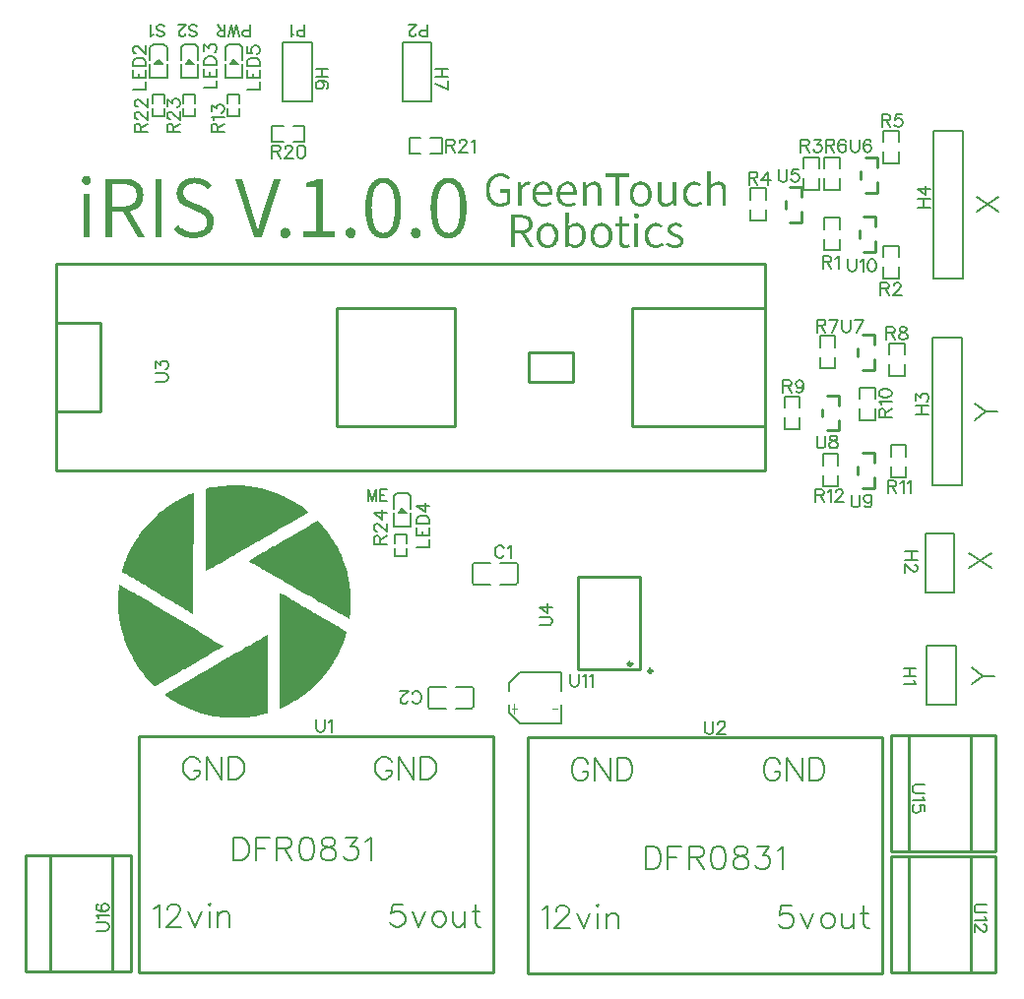
<source format=gto>
G04 Layer: TopSilkscreenLayer*
G04 EasyEDA v6.5.39, 2024-01-10 21:05:38*
G04 9cfd073529b94999841d5e3d22f50bd2,208856bd7ad64deca1bfdec547b981c7,10*
G04 Gerber Generator version 0.2*
G04 Scale: 100 percent, Rotated: No, Reflected: No *
G04 Dimensions in millimeters *
G04 leading zeros omitted , absolute positions ,4 integer and 5 decimal *
%FSLAX45Y45*%
%MOMM*%

%ADD10C,0.2032*%
%ADD11C,0.1524*%
%ADD12C,0.1500*%
%ADD13C,0.2030*%
%ADD14C,0.2540*%
%ADD15C,0.3000*%
%ADD16C,0.0130*%

%LPD*%
G36*
X1694535Y-1400098D02*
G01*
X1648815Y-1403858D01*
X1615744Y-1407718D01*
X1583182Y-1412595D01*
X1565148Y-1415592D01*
X1549044Y-1419352D01*
X1544726Y-1419301D01*
X1512620Y-1427022D01*
X1504340Y-1428242D01*
X1501444Y-1431137D01*
X1501444Y-2138070D01*
X1503324Y-2139238D01*
X1548638Y-2113026D01*
X1554480Y-2109978D01*
X1560322Y-2106117D01*
X1566164Y-2103069D01*
X1573936Y-2098344D01*
X1579778Y-2095246D01*
X1649780Y-2054656D01*
X1653692Y-2052624D01*
X1661464Y-2047697D01*
X1667306Y-2044700D01*
X1730552Y-2007971D01*
X1736394Y-2004923D01*
X1744167Y-2000199D01*
X1750009Y-1997151D01*
X1757781Y-1992274D01*
X1830730Y-1950466D01*
X1836572Y-1946554D01*
X1842414Y-1943506D01*
X1850186Y-1938782D01*
X1856028Y-1935734D01*
X1863801Y-1931060D01*
X1929942Y-1893112D01*
X1937715Y-1888185D01*
X1943557Y-1885137D01*
X1951329Y-1880412D01*
X1957171Y-1877364D01*
X2006803Y-1848459D01*
X2012645Y-1845360D01*
X2020417Y-1840687D01*
X2026259Y-1837639D01*
X2038908Y-1829816D01*
X2044750Y-1826768D01*
X2101138Y-1793951D01*
X2106980Y-1790903D01*
X2114753Y-1786178D01*
X2120595Y-1783130D01*
X2205228Y-1734108D01*
X2208174Y-1732584D01*
X2214016Y-1728673D01*
X2219858Y-1725625D01*
X2227630Y-1720900D01*
X2233472Y-1717852D01*
X2303475Y-1677212D01*
X2307386Y-1675180D01*
X2315159Y-1670304D01*
X2321001Y-1667256D01*
X2376982Y-1634794D01*
X2382774Y-1632000D01*
X2382774Y-1626514D01*
X2381300Y-1626514D01*
X2373528Y-1619707D01*
X2347620Y-1599793D01*
X2343302Y-1596847D01*
X2321001Y-1580235D01*
X2289251Y-1558950D01*
X2281123Y-1554276D01*
X2280158Y-1552854D01*
X2274316Y-1549603D01*
X2268474Y-1545844D01*
X2261666Y-1541830D01*
X2255824Y-1538020D01*
X2250948Y-1535684D01*
X2248052Y-1533398D01*
X2212035Y-1513890D01*
X2172157Y-1494028D01*
X2145436Y-1481582D01*
X2144166Y-1481582D01*
X2136190Y-1477924D01*
X2125472Y-1473555D01*
X2117496Y-1469898D01*
X2115058Y-1469898D01*
X2109927Y-1467002D01*
X2077821Y-1455216D01*
X2071979Y-1453489D01*
X2057400Y-1448460D01*
X2026259Y-1438808D01*
X2012137Y-1434896D01*
X1999030Y-1430985D01*
X1995627Y-1430985D01*
X1984451Y-1427378D01*
X1973732Y-1425194D01*
X1965960Y-1423365D01*
X1928977Y-1415592D01*
X1902714Y-1411427D01*
X1886356Y-1408531D01*
X1864766Y-1406550D01*
X1857959Y-1404823D01*
X1824888Y-1402638D01*
X1812239Y-1400606D01*
G37*
G36*
X1392834Y-1463090D02*
G01*
X1391767Y-1464157D01*
X1373530Y-1470964D01*
X1367688Y-1473606D01*
X1357020Y-1477873D01*
X1330706Y-1489608D01*
X1317091Y-1495958D01*
X1281125Y-1513890D01*
X1258722Y-1526082D01*
X1251915Y-1530248D01*
X1242568Y-1535379D01*
X1225651Y-1545132D01*
X1220825Y-1548485D01*
X1196848Y-1563776D01*
X1171194Y-1581251D01*
X1163878Y-1586433D01*
X1124508Y-1615948D01*
X1119632Y-1620215D01*
X1109929Y-1627987D01*
X1097280Y-1638503D01*
X1096314Y-1639671D01*
X1081684Y-1652066D01*
X1064209Y-1667865D01*
X1015542Y-1716532D01*
X1005738Y-1727200D01*
X984402Y-1751533D01*
X966978Y-1772920D01*
X965758Y-1773885D01*
X944880Y-1801164D01*
X926084Y-1826869D01*
X920648Y-1835200D01*
X914044Y-1843938D01*
X913892Y-1845259D01*
X902512Y-1862429D01*
X895705Y-1873097D01*
X893165Y-1877974D01*
X891844Y-1878939D01*
X880008Y-1899361D01*
X876909Y-1905203D01*
X872185Y-1913026D01*
X869238Y-1918868D01*
X857503Y-1940255D01*
X841197Y-1973325D01*
X824585Y-2010257D01*
X820318Y-2020976D01*
X817676Y-2026818D01*
X811682Y-2043379D01*
X809040Y-2049170D01*
X800049Y-2075434D01*
X797153Y-2081580D01*
X797153Y-2084070D01*
X789381Y-2107539D01*
X781761Y-2132838D01*
X780491Y-2141016D01*
X792124Y-2148433D01*
X806399Y-2156764D01*
X811631Y-2160066D01*
X850188Y-2182774D01*
X852119Y-2184501D01*
X870610Y-2194966D01*
X871575Y-2196185D01*
X890066Y-2206650D01*
X891032Y-2207920D01*
X911148Y-2219401D01*
X916330Y-2222754D01*
X929944Y-2230729D01*
X935786Y-2234387D01*
X949401Y-2242362D01*
X955243Y-2246071D01*
X968857Y-2254046D01*
X974699Y-2257755D01*
X988314Y-2265730D01*
X994156Y-2269439D01*
X1112520Y-2340051D01*
X1117701Y-2343353D01*
X1131316Y-2351328D01*
X1137158Y-2355037D01*
X1150772Y-2363012D01*
X1156614Y-2366822D01*
X1162456Y-2369769D01*
X1171194Y-2375509D01*
X1175105Y-2377592D01*
X1197457Y-2391156D01*
X1201369Y-2393086D01*
X1210106Y-2398877D01*
X1214018Y-2400808D01*
X1236370Y-2414524D01*
X1240282Y-2416454D01*
X1249019Y-2422194D01*
X1252931Y-2424176D01*
X1299616Y-2452319D01*
X1313230Y-2460294D01*
X1319072Y-2464003D01*
X1332687Y-2471978D01*
X1338529Y-2475636D01*
X1352143Y-2483612D01*
X1357985Y-2487320D01*
X1371600Y-2495296D01*
X1376781Y-2498598D01*
X1387144Y-2504694D01*
X1390243Y-2503068D01*
X1391564Y-2391613D01*
X1393444Y-1993747D01*
X1395476Y-1825447D01*
X1397152Y-1466850D01*
X1396187Y-1463090D01*
G37*
G36*
X2465832Y-1704339D02*
G01*
X2463038Y-1704543D01*
X2399792Y-1741220D01*
X2395880Y-1743202D01*
X2388108Y-1748129D01*
X2382266Y-1751177D01*
X2374493Y-1755902D01*
X2368651Y-1758950D01*
X2319070Y-1787804D01*
X2310841Y-1792020D01*
X2304440Y-1796288D01*
X2299614Y-1798726D01*
X2286965Y-1806498D01*
X2281123Y-1809546D01*
X2217877Y-1846224D01*
X2212035Y-1849323D01*
X2204262Y-1853996D01*
X2198420Y-1857044D01*
X2190648Y-1861972D01*
X2186736Y-1864004D01*
X2123541Y-1900732D01*
X2117699Y-1903780D01*
X2111857Y-1907590D01*
X2105050Y-1911451D01*
X2097278Y-1915464D01*
X2089505Y-1920341D01*
X2085593Y-1922322D01*
X2078431Y-1926640D01*
X2022348Y-1959102D01*
X2016506Y-1962150D01*
X2010714Y-1966010D01*
X2004872Y-1969058D01*
X1997049Y-1973783D01*
X1991258Y-1976882D01*
X1921205Y-2017471D01*
X1917293Y-2019503D01*
X1909521Y-2024380D01*
X1903679Y-2027428D01*
X1896567Y-2031695D01*
X1869643Y-2047036D01*
X1868830Y-2047748D01*
X1871014Y-2052523D01*
X1877415Y-2055520D01*
X1885188Y-2060244D01*
X1891030Y-2063292D01*
X1916684Y-2078380D01*
X1979574Y-2114702D01*
X1985416Y-2117801D01*
X1993188Y-2122525D01*
X1999030Y-2125573D01*
X2004872Y-2129434D01*
X2010714Y-2132482D01*
X2073910Y-2169210D01*
X2077821Y-2171242D01*
X2085593Y-2176170D01*
X2091436Y-2179167D01*
X2099208Y-2183892D01*
X2105050Y-2186990D01*
X2168296Y-2223668D01*
X2174138Y-2226716D01*
X2186736Y-2234488D01*
X2191613Y-2236927D01*
X2198014Y-2241143D01*
X2206193Y-2245410D01*
X2255824Y-2274265D01*
X2261666Y-2277313D01*
X2269439Y-2282037D01*
X2275281Y-2285085D01*
X2283053Y-2289962D01*
X2286965Y-2291994D01*
X2346604Y-2326640D01*
X2354072Y-2330754D01*
X2361844Y-2335682D01*
X2369616Y-2339644D01*
X2376424Y-2343505D01*
X2382266Y-2347366D01*
X2388108Y-2350414D01*
X2444546Y-2383180D01*
X2450388Y-2386228D01*
X2463038Y-2394051D01*
X2468880Y-2397099D01*
X2476652Y-2401824D01*
X2482494Y-2404872D01*
X2545689Y-2441549D01*
X2551531Y-2444597D01*
X2559304Y-2449525D01*
X2563215Y-2451506D01*
X2570378Y-2455824D01*
X2633268Y-2492146D01*
X2639110Y-2495194D01*
X2646883Y-2499918D01*
X2652725Y-2502966D01*
X2658567Y-2506878D01*
X2664358Y-2509926D01*
X2733243Y-2549652D01*
X2735884Y-2547518D01*
X2737764Y-2540457D01*
X2739847Y-2518206D01*
X2741676Y-2510078D01*
X2743708Y-2479141D01*
X2746095Y-2462631D01*
X2746095Y-2341016D01*
X2742641Y-2303068D01*
X2738780Y-2269032D01*
X2734818Y-2240838D01*
X2731160Y-2221382D01*
X2729992Y-2212594D01*
X2719120Y-2163013D01*
X2715463Y-2150059D01*
X2715463Y-2147417D01*
X2699613Y-2093925D01*
X2696006Y-2084171D01*
X2695956Y-2081275D01*
X2692196Y-2073503D01*
X2692095Y-2069642D01*
X2689250Y-2064156D01*
X2687370Y-2057958D01*
X2679446Y-2036572D01*
X2676550Y-2031390D01*
X2676550Y-2029053D01*
X2668574Y-2010257D01*
X2664866Y-2002282D01*
X2664866Y-2001012D01*
X2653334Y-1976221D01*
X2631643Y-1932482D01*
X2623972Y-1918868D01*
X2620111Y-1911045D01*
X2615387Y-1903272D01*
X2612339Y-1897430D01*
X2599232Y-1875739D01*
X2578760Y-1844090D01*
X2566212Y-1825447D01*
X2549601Y-1803146D01*
X2546654Y-1798828D01*
X2525725Y-1771954D01*
X2509723Y-1752650D01*
X2482240Y-1721357D01*
G37*
G36*
X759510Y-2249068D02*
G01*
X757478Y-2251506D01*
X755396Y-2259330D01*
X753313Y-2281529D01*
X751484Y-2289657D01*
X749452Y-2320594D01*
X747064Y-2337104D01*
X747064Y-2458720D01*
X750570Y-2496667D01*
X752398Y-2514193D01*
X754380Y-2530703D01*
X758393Y-2558897D01*
X762152Y-2578354D01*
X762152Y-2583027D01*
X774090Y-2636723D01*
X777697Y-2649220D01*
X777697Y-2652318D01*
X787603Y-2686354D01*
X793546Y-2705811D01*
X797153Y-2715564D01*
X797255Y-2718460D01*
X801014Y-2726232D01*
X801065Y-2730144D01*
X803910Y-2735580D01*
X805840Y-2741777D01*
X813714Y-2763215D01*
X816610Y-2768346D01*
X816610Y-2770682D01*
X824585Y-2789478D01*
X828294Y-2797454D01*
X828294Y-2798724D01*
X839825Y-2823514D01*
X860856Y-2866288D01*
X870254Y-2882747D01*
X873048Y-2888691D01*
X877773Y-2896463D01*
X880821Y-2902305D01*
X885596Y-2910078D01*
X887018Y-2913024D01*
X910031Y-2948584D01*
X910031Y-2950159D01*
X913892Y-2953664D01*
X913892Y-2955239D01*
X926998Y-2974289D01*
X946505Y-3000908D01*
X964793Y-3024886D01*
X967892Y-3028035D01*
X975309Y-3037535D01*
X1010666Y-3078378D01*
X1059434Y-3127654D01*
X1069340Y-3122168D01*
X1106982Y-3100324D01*
X1125118Y-3090062D01*
X1132281Y-3085795D01*
X1136192Y-3083763D01*
X1143965Y-3078835D01*
X1149807Y-3075787D01*
X1213002Y-3039110D01*
X1218844Y-3036062D01*
X1226667Y-3031337D01*
X1232458Y-3028289D01*
X1240282Y-3023362D01*
X1244142Y-3021380D01*
X1307388Y-2984652D01*
X1313230Y-2981604D01*
X1319072Y-2977743D01*
X1333652Y-2969920D01*
X1341424Y-2964992D01*
X1345336Y-2963011D01*
X1404975Y-2928416D01*
X1414373Y-2923235D01*
X1420215Y-2919323D01*
X1426057Y-2916275D01*
X1433830Y-2911551D01*
X1439672Y-2908503D01*
X1509725Y-2867863D01*
X1513586Y-2865882D01*
X1521409Y-2860954D01*
X1527251Y-2857906D01*
X1586890Y-2823311D01*
X1600200Y-2815793D01*
X1604060Y-2813405D01*
X1609902Y-2810408D01*
X1622552Y-2802585D01*
X1628394Y-2799537D01*
X1650288Y-2786888D01*
X1650288Y-2782468D01*
X1645920Y-2780284D01*
X1579778Y-2740456D01*
X1566164Y-2732481D01*
X1560322Y-2728772D01*
X1546707Y-2720797D01*
X1540865Y-2717088D01*
X1527251Y-2709113D01*
X1522018Y-2705811D01*
X1501952Y-2694279D01*
X1500936Y-2693060D01*
X1482496Y-2682595D01*
X1481531Y-2681376D01*
X1463040Y-2670911D01*
X1462074Y-2669641D01*
X1441958Y-2658160D01*
X1436776Y-2654858D01*
X1220825Y-2525471D01*
X1201674Y-2514193D01*
X1196492Y-2510891D01*
X1163421Y-2491232D01*
X1157579Y-2487422D01*
X1151737Y-2484424D01*
X1143000Y-2478684D01*
X1139088Y-2476601D01*
X1097280Y-2451404D01*
X1093368Y-2449423D01*
X1084630Y-2443683D01*
X1080719Y-2441752D01*
X1058367Y-2428036D01*
X1054455Y-2426106D01*
X1045718Y-2420366D01*
X1041806Y-2418384D01*
X923137Y-2347264D01*
X917295Y-2343454D01*
X911453Y-2340457D01*
X902716Y-2334717D01*
X898804Y-2332634D01*
X884224Y-2323947D01*
X878382Y-2320086D01*
X872540Y-2317089D01*
X863803Y-2311400D01*
X859891Y-2309317D01*
X774954Y-2258314D01*
X763625Y-2251710D01*
G37*
G36*
X2139645Y-2326894D02*
G01*
X2137613Y-2330704D01*
X2137613Y-3315360D01*
X2139645Y-3319119D01*
X2142947Y-3319119D01*
X2177846Y-3303066D01*
X2209139Y-3287369D01*
X2234438Y-3273450D01*
X2248052Y-3266287D01*
X2249017Y-3265017D01*
X2265527Y-3255670D01*
X2283561Y-3244240D01*
X2321001Y-3219500D01*
X2369616Y-3183026D01*
X2375458Y-3177844D01*
X2387142Y-3168853D01*
X2390241Y-3165906D01*
X2426055Y-3134868D01*
X2481580Y-3079343D01*
X2507894Y-3049168D01*
X2518460Y-3036519D01*
X2526233Y-3026816D01*
X2530500Y-3021939D01*
X2559710Y-2983026D01*
X2564180Y-2976626D01*
X2566162Y-2974289D01*
X2581706Y-2951124D01*
X2597962Y-2925673D01*
X2601315Y-2920796D01*
X2612847Y-2900680D01*
X2616200Y-2895498D01*
X2620162Y-2887726D01*
X2634081Y-2862427D01*
X2649778Y-2831134D01*
X2661259Y-2805988D01*
X2675483Y-2772918D01*
X2681478Y-2756408D01*
X2684322Y-2750261D01*
X2684322Y-2748026D01*
X2687574Y-2741777D01*
X2689098Y-2735986D01*
X2693162Y-2724302D01*
X2696006Y-2718155D01*
X2696057Y-2714548D01*
X2699816Y-2706776D01*
X2699867Y-2703525D01*
X2703525Y-2693162D01*
X2711450Y-2666898D01*
X2712720Y-2657906D01*
X2706268Y-2653284D01*
X2702306Y-2650896D01*
X2696464Y-2647797D01*
X2633268Y-2611069D01*
X2629357Y-2609037D01*
X2621584Y-2604160D01*
X2615742Y-2601112D01*
X2607970Y-2596388D01*
X2602128Y-2593340D01*
X2538882Y-2556611D01*
X2533040Y-2553563D01*
X2525268Y-2548686D01*
X2437739Y-2498242D01*
X2431897Y-2495194D01*
X2426055Y-2491333D01*
X2420213Y-2488285D01*
X2351176Y-2448255D01*
X2344369Y-2444546D01*
X2336546Y-2439873D01*
X2330704Y-2436825D01*
X2324912Y-2432964D01*
X2319070Y-2429916D01*
X2255824Y-2393188D01*
X2251913Y-2391156D01*
X2244140Y-2386228D01*
X2238298Y-2383180D01*
X2230526Y-2378506D01*
X2224684Y-2375408D01*
X2165045Y-2340864D01*
X2155647Y-2335682D01*
X2147824Y-2330754D01*
X2143658Y-2328976D01*
X2142388Y-2326894D01*
G37*
G36*
X2032711Y-2685846D02*
G01*
X2032101Y-2685897D01*
X1983435Y-2713939D01*
X1977593Y-2716987D01*
X1971802Y-2720898D01*
X1965960Y-2723946D01*
X1951329Y-2732481D01*
X1941931Y-2737713D01*
X1885848Y-2770225D01*
X1878380Y-2774340D01*
X1870608Y-2779268D01*
X1864766Y-2782316D01*
X1856993Y-2787040D01*
X1851152Y-2790088D01*
X1801571Y-2818993D01*
X1795729Y-2822041D01*
X1787906Y-2826766D01*
X1782114Y-2829814D01*
X1769465Y-2837637D01*
X1763623Y-2840685D01*
X1707184Y-2873451D01*
X1701342Y-2876550D01*
X1693570Y-2881274D01*
X1687728Y-2884322D01*
X1662074Y-2899359D01*
X1600200Y-2934868D01*
X1594358Y-2938780D01*
X1588516Y-2941828D01*
X1580743Y-2946552D01*
X1574901Y-2949600D01*
X1504848Y-2990240D01*
X1500936Y-2992272D01*
X1493164Y-2997149D01*
X1487322Y-3000197D01*
X1427683Y-3034792D01*
X1414373Y-3042310D01*
X1410512Y-3044698D01*
X1404670Y-3047746D01*
X1392021Y-3055518D01*
X1386179Y-3058566D01*
X1329740Y-3091383D01*
X1323898Y-3094431D01*
X1316126Y-3099155D01*
X1310284Y-3102203D01*
X1284630Y-3117291D01*
X1228598Y-3149752D01*
X1222756Y-3152800D01*
X1216914Y-3156661D01*
X1211072Y-3159709D01*
X1203299Y-3164433D01*
X1197457Y-3167532D01*
X1155039Y-3192170D01*
X1148842Y-3195370D01*
X1145133Y-3199485D01*
X1150670Y-3203854D01*
X1172159Y-3219450D01*
X1203909Y-3240786D01*
X1212037Y-3245459D01*
X1213002Y-3246780D01*
X1223721Y-3253079D01*
X1237335Y-3261715D01*
X1243177Y-3264814D01*
X1250950Y-3269437D01*
X1263599Y-3276498D01*
X1279194Y-3284880D01*
X1321968Y-3306267D01*
X1338935Y-3314293D01*
X1340104Y-3314293D01*
X1356614Y-3322065D01*
X1358239Y-3322065D01*
X1375765Y-3329838D01*
X1378102Y-3329838D01*
X1383233Y-3332734D01*
X1415338Y-3344570D01*
X1421180Y-3346246D01*
X1440637Y-3352952D01*
X1466900Y-3360928D01*
X1481023Y-3364839D01*
X1494129Y-3368751D01*
X1497177Y-3368751D01*
X1508760Y-3372408D01*
X1532077Y-3377184D01*
X1545691Y-3380333D01*
X1564182Y-3384143D01*
X1606753Y-3391204D01*
X1627428Y-3393084D01*
X1636979Y-3395065D01*
X1665376Y-3396945D01*
X1684832Y-3399383D01*
X1810308Y-3399383D01*
X1826818Y-3396945D01*
X1856028Y-3395014D01*
X1865731Y-3393084D01*
X1886661Y-3391154D01*
X1902714Y-3388258D01*
X1927047Y-3384245D01*
X1947468Y-3380333D01*
X1983435Y-3372408D01*
X2004872Y-3366668D01*
X2018588Y-3363214D01*
X2020773Y-3361893D01*
X2030984Y-3359962D01*
X2034539Y-3356762D01*
X2034539Y-2688945D01*
X2033320Y-2685846D01*
G37*
G36*
X474218Y1263396D02*
G01*
X468528Y1263091D01*
X463194Y1262176D01*
X458266Y1260652D01*
X453694Y1258620D01*
X449580Y1256030D01*
X445871Y1252931D01*
X442722Y1249426D01*
X440029Y1245412D01*
X437946Y1240993D01*
X436372Y1236218D01*
X435406Y1231036D01*
X435101Y1225550D01*
X435406Y1219758D01*
X436372Y1214374D01*
X437946Y1209344D01*
X440029Y1204772D01*
X442722Y1200658D01*
X445922Y1197051D01*
X449580Y1193901D01*
X453694Y1191260D01*
X458266Y1189177D01*
X463194Y1187653D01*
X468528Y1186738D01*
X474218Y1186434D01*
X479602Y1186738D01*
X484733Y1187653D01*
X489508Y1189177D01*
X493979Y1191260D01*
X498043Y1193901D01*
X501700Y1197051D01*
X504850Y1200658D01*
X507542Y1204772D01*
X509676Y1209344D01*
X511251Y1214374D01*
X512216Y1219758D01*
X512572Y1225550D01*
X512216Y1231036D01*
X511251Y1236218D01*
X509676Y1240993D01*
X507542Y1245412D01*
X504850Y1249426D01*
X501700Y1252931D01*
X498043Y1256030D01*
X493979Y1258620D01*
X489508Y1260652D01*
X484733Y1262176D01*
X479602Y1263091D01*
G37*
G36*
X1404874Y1247394D02*
G01*
X1391666Y1246987D01*
X1378864Y1245768D01*
X1372616Y1244904D01*
X1360424Y1242517D01*
X1348740Y1239469D01*
X1337513Y1235659D01*
X1326794Y1231188D01*
X1316685Y1226007D01*
X1307134Y1220266D01*
X1298194Y1213866D01*
X1289913Y1206906D01*
X1282344Y1199388D01*
X1275435Y1191361D01*
X1269339Y1182776D01*
X1263954Y1173734D01*
X1259433Y1164285D01*
X1255776Y1154328D01*
X1252931Y1144016D01*
X1251864Y1138682D01*
X1250442Y1127810D01*
X1250035Y1122222D01*
X1249934Y1116584D01*
X1250137Y1108862D01*
X1250746Y1101445D01*
X1251762Y1094282D01*
X1253134Y1087424D01*
X1254861Y1080871D01*
X1256944Y1074521D01*
X1259332Y1068476D01*
X1262024Y1062685D01*
X1265021Y1057097D01*
X1268272Y1051763D01*
X1271778Y1046683D01*
X1275486Y1041806D01*
X1283563Y1032713D01*
X1292352Y1024483D01*
X1301699Y1016965D01*
X1311452Y1010158D01*
X1321562Y1004062D01*
X1331772Y998524D01*
X1341983Y993546D01*
X1442161Y948944D01*
X1453134Y943660D01*
X1463395Y938225D01*
X1472946Y932434D01*
X1477416Y929386D01*
X1481632Y926185D01*
X1489354Y919327D01*
X1492808Y915619D01*
X1496009Y911707D01*
X1498955Y907542D01*
X1501546Y903173D01*
X1503883Y898550D01*
X1505864Y893571D01*
X1507490Y888390D01*
X1508810Y882802D01*
X1509776Y876960D01*
X1510334Y870712D01*
X1510538Y864108D01*
X1510385Y858672D01*
X1509877Y853389D01*
X1509115Y848207D01*
X1507998Y843178D01*
X1506626Y838301D01*
X1504899Y833526D01*
X1502918Y828954D01*
X1500632Y824534D01*
X1498041Y820318D01*
X1495196Y816203D01*
X1492046Y812292D01*
X1488643Y808583D01*
X1484985Y805027D01*
X1481023Y801674D01*
X1476806Y798525D01*
X1472336Y795578D01*
X1467612Y792835D01*
X1462633Y790295D01*
X1451965Y785876D01*
X1440332Y782370D01*
X1427784Y779830D01*
X1421130Y778916D01*
X1414322Y778256D01*
X1400048Y777748D01*
X1386789Y778256D01*
X1380185Y778865D01*
X1373632Y779729D01*
X1367129Y780846D01*
X1354328Y783793D01*
X1347978Y785571D01*
X1335582Y789838D01*
X1329436Y792276D01*
X1317498Y797814D01*
X1311656Y800862D01*
X1300276Y807567D01*
X1289354Y815035D01*
X1278890Y823214D01*
X1268984Y832053D01*
X1259586Y841502D01*
X1225296Y802386D01*
X1233576Y793953D01*
X1242263Y785977D01*
X1251305Y778408D01*
X1260703Y771347D01*
X1270457Y764692D01*
X1280566Y758545D01*
X1291031Y752906D01*
X1301800Y747826D01*
X1312926Y743254D01*
X1324356Y739190D01*
X1336090Y735787D01*
X1348181Y732891D01*
X1360525Y730656D01*
X1373174Y729030D01*
X1386078Y728065D01*
X1399286Y727710D01*
X1413154Y728065D01*
X1426565Y729183D01*
X1439468Y731062D01*
X1451864Y733552D01*
X1463700Y736752D01*
X1474978Y740562D01*
X1485696Y745032D01*
X1495806Y750062D01*
X1500682Y752754D01*
X1509928Y758647D01*
X1518513Y765048D01*
X1526489Y771906D01*
X1533855Y779272D01*
X1540510Y787095D01*
X1546504Y795324D01*
X1551787Y804011D01*
X1556359Y813003D01*
X1560220Y822350D01*
X1563370Y832053D01*
X1565706Y842060D01*
X1566621Y847140D01*
X1567789Y857554D01*
X1568196Y868171D01*
X1568043Y875080D01*
X1567637Y881735D01*
X1566976Y888187D01*
X1566062Y894435D01*
X1563522Y906221D01*
X1560017Y917244D01*
X1555597Y927506D01*
X1553108Y932332D01*
X1547469Y941476D01*
X1544370Y945845D01*
X1537614Y954074D01*
X1530197Y961694D01*
X1522171Y968806D01*
X1513586Y975410D01*
X1504442Y981557D01*
X1494840Y987348D01*
X1484833Y992784D01*
X1474470Y997915D01*
X1463802Y1002792D01*
X1386332Y1035608D01*
X1371650Y1042111D01*
X1361897Y1046835D01*
X1352448Y1052017D01*
X1343406Y1057656D01*
X1339088Y1060704D01*
X1331061Y1067358D01*
X1327353Y1070965D01*
X1323898Y1074775D01*
X1320749Y1078788D01*
X1317853Y1083106D01*
X1315262Y1087628D01*
X1313027Y1092403D01*
X1311097Y1097432D01*
X1309624Y1102766D01*
X1308506Y1108405D01*
X1307846Y1114348D01*
X1307592Y1120648D01*
X1307795Y1126439D01*
X1308404Y1132078D01*
X1309370Y1137513D01*
X1310741Y1142746D01*
X1312519Y1147775D01*
X1314602Y1152550D01*
X1317091Y1157173D01*
X1319885Y1161542D01*
X1323035Y1165656D01*
X1326489Y1169619D01*
X1330299Y1173276D01*
X1334414Y1176731D01*
X1338834Y1179931D01*
X1343558Y1182878D01*
X1348536Y1185519D01*
X1353820Y1187958D01*
X1359357Y1190142D01*
X1365148Y1192022D01*
X1371193Y1193647D01*
X1377492Y1194968D01*
X1383995Y1195984D01*
X1390751Y1196746D01*
X1397711Y1197203D01*
X1404874Y1197356D01*
X1411986Y1197203D01*
X1418945Y1196797D01*
X1425752Y1196136D01*
X1438910Y1194003D01*
X1445260Y1192580D01*
X1457553Y1188923D01*
X1463446Y1186789D01*
X1474927Y1181811D01*
X1485900Y1175969D01*
X1496364Y1169263D01*
X1506423Y1161846D01*
X1516024Y1153668D01*
X1520698Y1149350D01*
X1550924Y1185672D01*
X1543304Y1193342D01*
X1535226Y1200607D01*
X1526590Y1207465D01*
X1517548Y1213916D01*
X1508048Y1219860D01*
X1498092Y1225296D01*
X1487728Y1230274D01*
X1476959Y1234592D01*
X1465783Y1238402D01*
X1454251Y1241552D01*
X1442415Y1244041D01*
X1430223Y1245870D01*
X1417675Y1247038D01*
G37*
G36*
X3026918Y1247394D02*
G01*
X3017570Y1247140D01*
X3008426Y1246276D01*
X2999587Y1244904D01*
X2990951Y1242923D01*
X2982569Y1240383D01*
X2974492Y1237284D01*
X2966618Y1233678D01*
X2959049Y1229410D01*
X2951784Y1224635D01*
X2944774Y1219250D01*
X2938068Y1213358D01*
X2931617Y1206804D01*
X2925521Y1199743D01*
X2919679Y1192072D01*
X2914192Y1183843D01*
X2908960Y1175004D01*
X2904083Y1165606D01*
X2899562Y1155598D01*
X2895346Y1145032D01*
X2891485Y1133856D01*
X2887929Y1122121D01*
X2884728Y1109776D01*
X2881934Y1096822D01*
X2879445Y1083310D01*
X2877362Y1069187D01*
X2875635Y1054455D01*
X2874264Y1039164D01*
X2873298Y1023213D01*
X2872689Y1006703D01*
X2872486Y989584D01*
X2926588Y989584D01*
X2926842Y1009091D01*
X2927604Y1027633D01*
X2928823Y1045159D01*
X2930499Y1061720D01*
X2932633Y1077315D01*
X2935224Y1091946D01*
X2938221Y1105611D01*
X2941675Y1118311D01*
X2945536Y1130147D01*
X2949752Y1140968D01*
X2951988Y1146098D01*
X2956814Y1155547D01*
X2961995Y1164132D01*
X2967532Y1171854D01*
X2973374Y1178661D01*
X2979572Y1184554D01*
X2986074Y1189634D01*
X2992882Y1193800D01*
X2999943Y1197102D01*
X3003600Y1198473D01*
X3011119Y1200556D01*
X3018891Y1201775D01*
X3026918Y1202182D01*
X3034842Y1201775D01*
X3042513Y1200556D01*
X3049879Y1198473D01*
X3057042Y1195578D01*
X3063849Y1191818D01*
X3067202Y1189634D01*
X3073552Y1184554D01*
X3079648Y1178661D01*
X3085388Y1171854D01*
X3090824Y1164132D01*
X3095904Y1155547D01*
X3100578Y1146098D01*
X3104946Y1135684D01*
X3108909Y1124356D01*
X3112465Y1112062D01*
X3115614Y1098905D01*
X3118358Y1084732D01*
X3120694Y1069644D01*
X3122523Y1053541D01*
X3123946Y1036523D01*
X3124911Y1018489D01*
X3125419Y999490D01*
X3125419Y979525D01*
X3124911Y960170D01*
X3123946Y941832D01*
X3122523Y924458D01*
X3120694Y908100D01*
X3118358Y892708D01*
X3115614Y878332D01*
X3112465Y864869D01*
X3108909Y852373D01*
X3104946Y840790D01*
X3100578Y830224D01*
X3095904Y820521D01*
X3090824Y811784D01*
X3085388Y803910D01*
X3079648Y796950D01*
X3073552Y790905D01*
X3067202Y785774D01*
X3060496Y781507D01*
X3057042Y779678D01*
X3049879Y776732D01*
X3042513Y774598D01*
X3034842Y773328D01*
X3026918Y772922D01*
X3018891Y773328D01*
X3011119Y774598D01*
X3003600Y776732D01*
X2996387Y779678D01*
X2989427Y783539D01*
X2982772Y788263D01*
X2979572Y790905D01*
X2973374Y796950D01*
X2967532Y803910D01*
X2964688Y807720D01*
X2959354Y816051D01*
X2954375Y825246D01*
X2949752Y835406D01*
X2945536Y846480D01*
X2941675Y858469D01*
X2938221Y871474D01*
X2935224Y885393D01*
X2932633Y900277D01*
X2930499Y916178D01*
X2928823Y933043D01*
X2927604Y950874D01*
X2926842Y969721D01*
X2926588Y989584D01*
X2872486Y989584D01*
X2872689Y972312D01*
X2873298Y955649D01*
X2874264Y939596D01*
X2875635Y924102D01*
X2877362Y909218D01*
X2879445Y894943D01*
X2881934Y881227D01*
X2884728Y868121D01*
X2887929Y855624D01*
X2891485Y843686D01*
X2895346Y832358D01*
X2899562Y821588D01*
X2904083Y811428D01*
X2908960Y801827D01*
X2914192Y792835D01*
X2919679Y784402D01*
X2925521Y776579D01*
X2931617Y769366D01*
X2938068Y762660D01*
X2944774Y756615D01*
X2951784Y751078D01*
X2959049Y746201D01*
X2966618Y741832D01*
X2974492Y738073D01*
X2982569Y734923D01*
X2990951Y732332D01*
X2999587Y730300D01*
X3008426Y728878D01*
X3017570Y728014D01*
X3026918Y727710D01*
X3036163Y728014D01*
X3045206Y728878D01*
X3053994Y730300D01*
X3062528Y732332D01*
X3070809Y734923D01*
X3078835Y738073D01*
X3086557Y741832D01*
X3094075Y746201D01*
X3101289Y751078D01*
X3108198Y756615D01*
X3114852Y762660D01*
X3121253Y769366D01*
X3127298Y776579D01*
X3133039Y784402D01*
X3138525Y792835D01*
X3143656Y801827D01*
X3148482Y811428D01*
X3153003Y821588D01*
X3157169Y832358D01*
X3161030Y843686D01*
X3164535Y855624D01*
X3167684Y868121D01*
X3170478Y881227D01*
X3172917Y894943D01*
X3175000Y909218D01*
X3176727Y924102D01*
X3178098Y939596D01*
X3179064Y955649D01*
X3179622Y972312D01*
X3179826Y989584D01*
X3179622Y1006652D01*
X3179064Y1023112D01*
X3178098Y1038961D01*
X3176727Y1054252D01*
X3175000Y1068933D01*
X3172917Y1083005D01*
X3170478Y1096518D01*
X3167684Y1109421D01*
X3164535Y1121765D01*
X3161030Y1133551D01*
X3157169Y1144676D01*
X3153003Y1155293D01*
X3148482Y1165301D01*
X3143656Y1174699D01*
X3138525Y1183538D01*
X3133039Y1191818D01*
X3127298Y1199489D01*
X3121253Y1206601D01*
X3114852Y1213154D01*
X3108198Y1219098D01*
X3101289Y1224483D01*
X3094075Y1229309D01*
X3086557Y1233576D01*
X3078835Y1237234D01*
X3070809Y1240332D01*
X3062528Y1242872D01*
X3053994Y1244854D01*
X3045206Y1246276D01*
X3036163Y1247089D01*
G37*
G36*
X3588512Y1247394D02*
G01*
X3579164Y1247140D01*
X3570020Y1246276D01*
X3561181Y1244904D01*
X3552545Y1242923D01*
X3544163Y1240383D01*
X3536086Y1237284D01*
X3528212Y1233678D01*
X3520643Y1229410D01*
X3513378Y1224635D01*
X3506368Y1219250D01*
X3499662Y1213358D01*
X3493211Y1206804D01*
X3487115Y1199743D01*
X3481273Y1192072D01*
X3475786Y1183843D01*
X3470554Y1175004D01*
X3465677Y1165606D01*
X3461156Y1155598D01*
X3456940Y1145032D01*
X3453079Y1133856D01*
X3449523Y1122121D01*
X3446322Y1109776D01*
X3443528Y1096822D01*
X3441039Y1083310D01*
X3438956Y1069187D01*
X3437229Y1054455D01*
X3435858Y1039164D01*
X3434892Y1023213D01*
X3434283Y1006703D01*
X3434079Y989584D01*
X3488436Y989584D01*
X3488690Y1009091D01*
X3489401Y1027633D01*
X3490620Y1045159D01*
X3492296Y1061720D01*
X3494430Y1077315D01*
X3497021Y1091946D01*
X3500018Y1105611D01*
X3503422Y1118311D01*
X3507282Y1130147D01*
X3511499Y1140968D01*
X3516071Y1150924D01*
X3521049Y1159967D01*
X3526383Y1168095D01*
X3532073Y1175359D01*
X3538067Y1181709D01*
X3544417Y1187196D01*
X3547668Y1189634D01*
X3554476Y1193800D01*
X3557981Y1195578D01*
X3565245Y1198473D01*
X3572713Y1200556D01*
X3580485Y1201775D01*
X3588512Y1202182D01*
X3596436Y1201775D01*
X3604107Y1200556D01*
X3611524Y1198473D01*
X3618636Y1195578D01*
X3625494Y1191818D01*
X3632047Y1187196D01*
X3638296Y1181709D01*
X3644239Y1175359D01*
X3649827Y1168095D01*
X3655110Y1159967D01*
X3660038Y1150924D01*
X3664559Y1140968D01*
X3668725Y1130147D01*
X3672484Y1118311D01*
X3675887Y1105611D01*
X3678834Y1091946D01*
X3681374Y1077315D01*
X3683508Y1061720D01*
X3685133Y1045159D01*
X3686352Y1027633D01*
X3687064Y1009091D01*
X3687318Y989584D01*
X3687064Y969721D01*
X3686352Y950874D01*
X3685133Y933043D01*
X3683508Y916178D01*
X3681374Y900277D01*
X3678834Y885393D01*
X3675887Y871474D01*
X3672484Y858469D01*
X3668725Y846480D01*
X3664559Y835406D01*
X3660038Y825246D01*
X3655110Y816051D01*
X3649827Y807720D01*
X3644239Y800354D01*
X3638296Y793851D01*
X3635197Y790905D01*
X3628796Y785774D01*
X3622090Y781507D01*
X3615131Y778103D01*
X3607815Y775563D01*
X3604107Y774598D01*
X3596436Y773328D01*
X3588512Y772922D01*
X3580485Y773328D01*
X3572713Y774598D01*
X3565245Y776732D01*
X3557981Y779678D01*
X3551072Y783539D01*
X3547668Y785774D01*
X3541217Y790905D01*
X3535019Y796950D01*
X3529177Y803910D01*
X3523691Y811784D01*
X3518509Y820521D01*
X3513734Y830224D01*
X3509314Y840790D01*
X3505301Y852373D01*
X3501694Y864869D01*
X3498443Y878332D01*
X3495700Y892708D01*
X3493312Y908100D01*
X3491433Y924458D01*
X3489960Y941832D01*
X3488994Y960170D01*
X3488486Y979525D01*
X3488436Y989584D01*
X3434079Y989584D01*
X3434283Y972312D01*
X3434892Y955649D01*
X3435858Y939596D01*
X3437229Y924102D01*
X3438956Y909218D01*
X3441039Y894943D01*
X3443528Y881227D01*
X3446322Y868121D01*
X3449523Y855624D01*
X3453079Y843686D01*
X3456940Y832358D01*
X3461156Y821588D01*
X3465677Y811428D01*
X3470554Y801827D01*
X3475786Y792835D01*
X3481273Y784402D01*
X3487115Y776579D01*
X3493211Y769366D01*
X3499662Y762660D01*
X3506368Y756615D01*
X3513378Y751078D01*
X3520643Y746201D01*
X3528212Y741832D01*
X3536086Y738073D01*
X3544163Y734923D01*
X3552545Y732332D01*
X3561181Y730300D01*
X3570020Y728878D01*
X3579164Y728014D01*
X3588512Y727710D01*
X3597808Y728014D01*
X3606850Y728878D01*
X3615639Y730300D01*
X3624173Y732332D01*
X3632454Y734923D01*
X3640480Y738073D01*
X3648252Y741832D01*
X3655771Y746201D01*
X3662984Y751078D01*
X3669944Y756615D01*
X3676599Y762660D01*
X3682949Y769366D01*
X3688994Y776579D01*
X3694734Y784402D01*
X3700221Y792835D01*
X3705351Y801827D01*
X3710178Y811428D01*
X3714648Y821588D01*
X3718814Y832358D01*
X3722674Y843686D01*
X3726129Y855624D01*
X3729278Y868121D01*
X3732123Y881227D01*
X3734562Y894943D01*
X3736644Y909218D01*
X3738321Y924102D01*
X3739692Y939596D01*
X3740658Y955649D01*
X3741216Y972312D01*
X3741420Y989584D01*
X3741216Y1006652D01*
X3740658Y1023112D01*
X3739692Y1038961D01*
X3738321Y1054252D01*
X3736644Y1068933D01*
X3734562Y1083005D01*
X3732123Y1096518D01*
X3729278Y1109421D01*
X3726129Y1121765D01*
X3722674Y1133551D01*
X3718814Y1144676D01*
X3714648Y1155293D01*
X3710178Y1165301D01*
X3705351Y1174699D01*
X3700221Y1183538D01*
X3694734Y1191818D01*
X3688994Y1199489D01*
X3682949Y1206601D01*
X3676599Y1213154D01*
X3669944Y1219098D01*
X3662984Y1224483D01*
X3655771Y1229309D01*
X3648252Y1233576D01*
X3640480Y1237234D01*
X3632454Y1240332D01*
X3624173Y1242872D01*
X3615639Y1244854D01*
X3606850Y1246276D01*
X3597808Y1247089D01*
G37*
G36*
X635508Y1238504D02*
G01*
X635508Y1192530D01*
X780034Y1192530D01*
X794816Y1192225D01*
X808685Y1191361D01*
X821690Y1189786D01*
X833831Y1187602D01*
X845058Y1184706D01*
X850290Y1183030D01*
X860145Y1179017D01*
X864717Y1176782D01*
X873150Y1171651D01*
X880668Y1165707D01*
X884021Y1162456D01*
X887171Y1158951D01*
X890066Y1155242D01*
X892708Y1151331D01*
X895146Y1147165D01*
X897280Y1142796D01*
X899210Y1138224D01*
X900887Y1133398D01*
X902309Y1128318D01*
X904341Y1117447D01*
X905002Y1111656D01*
X905510Y1099312D01*
X905002Y1087170D01*
X904341Y1081379D01*
X902309Y1070406D01*
X900887Y1065225D01*
X899210Y1060297D01*
X897280Y1055522D01*
X895146Y1050950D01*
X892708Y1046581D01*
X890066Y1042416D01*
X887171Y1038402D01*
X884021Y1034643D01*
X880668Y1031087D01*
X877011Y1027684D01*
X873150Y1024534D01*
X869035Y1021537D01*
X864717Y1018743D01*
X860145Y1016152D01*
X850290Y1011529D01*
X839520Y1007719D01*
X833831Y1006094D01*
X821690Y1003401D01*
X808685Y1001521D01*
X794816Y1000353D01*
X780034Y999998D01*
X692404Y999998D01*
X692404Y1192530D01*
X635508Y1192530D01*
X635508Y736600D01*
X692404Y736600D01*
X692404Y953262D01*
X786384Y953262D01*
X911860Y736600D01*
X975614Y736600D01*
X846074Y958850D01*
X857605Y961745D01*
X868680Y965200D01*
X879246Y969264D01*
X889253Y973836D01*
X898753Y979017D01*
X907694Y984758D01*
X916025Y991108D01*
X923747Y997966D01*
X930859Y1005484D01*
X937310Y1013510D01*
X943051Y1022146D01*
X948131Y1031392D01*
X952500Y1041247D01*
X956106Y1051661D01*
X958951Y1062685D01*
X960983Y1074267D01*
X962253Y1086510D01*
X962660Y1099312D01*
X962558Y1106220D01*
X961694Y1119428D01*
X959967Y1131824D01*
X957427Y1143457D01*
X954024Y1154328D01*
X952093Y1159510D01*
X947572Y1169263D01*
X942289Y1178255D01*
X939393Y1182522D01*
X933043Y1190498D01*
X925982Y1197762D01*
X918311Y1204417D01*
X909980Y1210411D01*
X900988Y1215745D01*
X891438Y1220470D01*
X881278Y1224635D01*
X870610Y1228191D01*
X859383Y1231239D01*
X847648Y1233678D01*
X835406Y1235608D01*
X822756Y1237030D01*
X809599Y1237996D01*
X796086Y1238453D01*
G37*
G36*
X1065530Y1238504D02*
G01*
X1065530Y736600D01*
X1122426Y736600D01*
X1122426Y1238504D01*
G37*
G36*
X1752600Y1238504D02*
G01*
X1913889Y736600D01*
X1978914Y736600D01*
X2139442Y1238504D01*
X2081784Y1238504D01*
X1985822Y918768D01*
X1960270Y832053D01*
X1948688Y795528D01*
X1945893Y795528D01*
X1930907Y843787D01*
X1898497Y955294D01*
X1812289Y1238504D01*
G37*
G36*
X2463038Y1238504D02*
G01*
X2453030Y1232814D01*
X2442362Y1227582D01*
X2430983Y1222756D01*
X2418842Y1218336D01*
X2405888Y1214272D01*
X2392121Y1210564D01*
X2377389Y1207211D01*
X2361692Y1204214D01*
X2361692Y1167892D01*
X2450084Y1167892D01*
X2450084Y783336D01*
X2337562Y783336D01*
X2337562Y736600D01*
X2607818Y736600D01*
X2607818Y783336D01*
X2505710Y783336D01*
X2505710Y1238504D01*
G37*
G36*
X446278Y1106932D02*
G01*
X446278Y736600D01*
X501650Y736600D01*
X501650Y1106932D01*
G37*
G36*
X2183384Y816864D02*
G01*
X2177745Y816508D01*
X2172360Y815441D01*
X2167178Y813663D01*
X2162352Y811225D01*
X2157882Y808177D01*
X2153869Y804570D01*
X2150313Y800303D01*
X2147265Y795578D01*
X2144826Y790295D01*
X2142998Y784504D01*
X2141880Y778306D01*
X2141474Y771652D01*
X2141880Y765302D01*
X2142998Y759307D01*
X2144826Y753770D01*
X2147265Y748639D01*
X2150313Y744016D01*
X2153869Y739851D01*
X2157882Y736295D01*
X2162352Y733298D01*
X2167178Y730910D01*
X2172360Y729132D01*
X2177745Y728065D01*
X2183384Y727710D01*
X2189073Y728065D01*
X2194560Y729132D01*
X2199741Y730910D01*
X2204669Y733298D01*
X2209190Y736295D01*
X2213254Y739851D01*
X2216861Y744016D01*
X2219960Y748639D01*
X2222449Y753770D01*
X2224278Y759307D01*
X2225395Y765302D01*
X2225802Y771652D01*
X2225395Y778306D01*
X2224278Y784504D01*
X2222449Y790295D01*
X2219960Y795578D01*
X2216861Y800303D01*
X2213254Y804570D01*
X2209190Y808177D01*
X2204669Y811225D01*
X2199741Y813663D01*
X2194560Y815441D01*
X2189073Y816508D01*
G37*
G36*
X2744978Y816864D02*
G01*
X2739390Y816508D01*
X2734005Y815441D01*
X2728874Y813663D01*
X2724048Y811225D01*
X2719578Y808177D01*
X2715564Y804570D01*
X2711958Y800303D01*
X2708910Y795578D01*
X2706420Y790295D01*
X2704592Y784504D01*
X2703474Y778306D01*
X2703068Y771652D01*
X2703474Y765302D01*
X2704592Y759307D01*
X2706420Y753770D01*
X2708910Y748639D01*
X2711958Y744016D01*
X2715564Y739851D01*
X2719578Y736295D01*
X2724048Y733298D01*
X2728874Y730910D01*
X2734005Y729132D01*
X2739390Y728065D01*
X2744978Y727710D01*
X2750718Y728065D01*
X2756255Y729132D01*
X2761488Y730910D01*
X2766364Y733298D01*
X2770886Y736295D01*
X2774950Y739851D01*
X2778556Y744016D01*
X2781604Y748639D01*
X2784043Y753770D01*
X2785872Y759307D01*
X2786989Y765302D01*
X2787396Y771652D01*
X2786989Y778306D01*
X2785872Y784504D01*
X2784043Y790295D01*
X2781604Y795578D01*
X2778556Y800303D01*
X2774950Y804570D01*
X2770886Y808177D01*
X2766364Y811225D01*
X2761488Y813663D01*
X2756255Y815441D01*
X2750718Y816508D01*
G37*
G36*
X3306572Y816864D02*
G01*
X3300984Y816508D01*
X3295599Y815441D01*
X3290468Y813663D01*
X3285642Y811225D01*
X3281172Y808177D01*
X3277158Y804570D01*
X3273552Y800303D01*
X3270503Y795578D01*
X3268014Y790295D01*
X3266186Y784504D01*
X3265068Y778306D01*
X3264662Y771652D01*
X3265068Y765302D01*
X3266186Y759307D01*
X3268014Y753770D01*
X3270503Y748639D01*
X3273552Y744016D01*
X3277158Y739851D01*
X3281172Y736295D01*
X3285642Y733298D01*
X3290468Y730910D01*
X3295599Y729132D01*
X3300984Y728065D01*
X3306572Y727710D01*
X3312312Y728065D01*
X3317849Y729132D01*
X3323082Y730910D01*
X3328009Y733298D01*
X3332581Y736295D01*
X3336645Y739851D01*
X3340303Y744016D01*
X3343351Y748639D01*
X3345840Y753770D01*
X3347720Y759307D01*
X3348837Y765302D01*
X3349244Y771652D01*
X3348837Y778306D01*
X3347720Y784504D01*
X3345840Y790295D01*
X3343351Y795578D01*
X3340303Y800303D01*
X3336645Y804570D01*
X3332581Y808177D01*
X3328009Y811225D01*
X3323082Y813663D01*
X3317849Y815441D01*
X3312312Y816508D01*
G37*
G36*
X5812536Y1306576D02*
G01*
X5812536Y1003300D01*
X5843270Y1003300D01*
X5843270Y1153922D01*
X5853531Y1164082D01*
X5858408Y1168450D01*
X5863183Y1172362D01*
X5867857Y1175816D01*
X5872530Y1178864D01*
X5877153Y1181404D01*
X5881878Y1183487D01*
X5886653Y1185113D01*
X5891580Y1186281D01*
X5896660Y1186942D01*
X5901944Y1187196D01*
X5907125Y1186992D01*
X5911951Y1186383D01*
X5916371Y1185316D01*
X5920435Y1183843D01*
X5924143Y1181912D01*
X5927496Y1179576D01*
X5930493Y1176731D01*
X5933135Y1173480D01*
X5935472Y1169771D01*
X5937453Y1165555D01*
X5939129Y1160881D01*
X5940501Y1155700D01*
X5941517Y1150010D01*
X5942279Y1143863D01*
X5942685Y1137208D01*
X5942838Y1130046D01*
X5942838Y1003300D01*
X5974080Y1003300D01*
X5974080Y1133856D01*
X5973927Y1141577D01*
X5973470Y1148943D01*
X5972708Y1155903D01*
X5971692Y1162507D01*
X5970320Y1168704D01*
X5968644Y1174546D01*
X5966663Y1179982D01*
X5964326Y1185011D01*
X5961735Y1189685D01*
X5958789Y1193952D01*
X5955487Y1197762D01*
X5951931Y1201267D01*
X5947968Y1204315D01*
X5943752Y1206957D01*
X5939129Y1209243D01*
X5934202Y1211072D01*
X5928969Y1212494D01*
X5923330Y1213561D01*
X5917387Y1214170D01*
X5911088Y1214374D01*
X5904179Y1214069D01*
X5897575Y1213104D01*
X5891225Y1211580D01*
X5885129Y1209497D01*
X5879236Y1206957D01*
X5873546Y1204010D01*
X5868009Y1200607D01*
X5862624Y1196898D01*
X5857392Y1192834D01*
X5847232Y1183995D01*
X5842254Y1179322D01*
X5843270Y1222248D01*
X5843270Y1306576D01*
G37*
G36*
X4035044Y1287272D02*
G01*
X4023004Y1286764D01*
X4017162Y1286154D01*
X4005732Y1284122D01*
X3994810Y1281176D01*
X3989527Y1279347D01*
X3979316Y1274978D01*
X3969715Y1269695D01*
X3960622Y1263497D01*
X3956354Y1260094D01*
X3952189Y1256436D01*
X3944416Y1248511D01*
X3940759Y1244295D01*
X3934002Y1235151D01*
X3927957Y1225194D01*
X3925214Y1219962D01*
X3922674Y1214526D01*
X3920337Y1208887D01*
X3916273Y1197051D01*
X3914546Y1190853D01*
X3911752Y1177950D01*
X3909872Y1164386D01*
X3908907Y1150112D01*
X3908907Y1135278D01*
X3909263Y1128014D01*
X3910685Y1113993D01*
X3912920Y1100632D01*
X3916070Y1088034D01*
X3920032Y1076198D01*
X3924808Y1065072D01*
X3927449Y1059840D01*
X3933342Y1049934D01*
X3936593Y1045260D01*
X3943553Y1036574D01*
X3951173Y1028700D01*
X3955237Y1025093D01*
X3963822Y1018540D01*
X3973017Y1012850D01*
X3982720Y1008075D01*
X3993032Y1004214D01*
X3998366Y1002639D01*
X4009390Y1000201D01*
X4015079Y999337D01*
X4026763Y998321D01*
X4039666Y998372D01*
X4046423Y998829D01*
X4052976Y999591D01*
X4059326Y1000607D01*
X4071518Y1003452D01*
X4077258Y1005281D01*
X4082796Y1007313D01*
X4088129Y1009548D01*
X4093210Y1011986D01*
X4098036Y1014679D01*
X4106976Y1020521D01*
X4111040Y1023670D01*
X4114850Y1027023D01*
X4118356Y1030478D01*
X4118356Y1146048D01*
X4028440Y1146048D01*
X4028440Y1119886D01*
X4088892Y1119886D01*
X4088892Y1043686D01*
X4084218Y1039774D01*
X4078732Y1036319D01*
X4072636Y1033322D01*
X4065981Y1030833D01*
X4058920Y1028801D01*
X4051503Y1027379D01*
X4043832Y1026464D01*
X4036060Y1026160D01*
X4029659Y1026312D01*
X4023461Y1026820D01*
X4017467Y1027684D01*
X4011676Y1028852D01*
X4006087Y1030376D01*
X4000754Y1032205D01*
X3995623Y1034338D01*
X3990695Y1036828D01*
X3985971Y1039571D01*
X3981500Y1042619D01*
X3977233Y1045971D01*
X3973169Y1049629D01*
X3969359Y1053592D01*
X3965803Y1057757D01*
X3962450Y1062278D01*
X3959351Y1067054D01*
X3956456Y1072083D01*
X3953814Y1077366D01*
X3951427Y1082903D01*
X3949293Y1088694D01*
X3947363Y1094740D01*
X3945686Y1101039D01*
X3943146Y1114298D01*
X3942232Y1121257D01*
X3941572Y1128471D01*
X3941064Y1143508D01*
X3941216Y1151077D01*
X3941622Y1158443D01*
X3943248Y1172464D01*
X3945991Y1185621D01*
X3947718Y1191818D01*
X3949700Y1197813D01*
X3951986Y1203502D01*
X3954475Y1208989D01*
X3957167Y1214221D01*
X3960114Y1219149D01*
X3963314Y1223873D01*
X3966768Y1228293D01*
X3970375Y1232408D01*
X3974236Y1236319D01*
X3978300Y1239875D01*
X3982618Y1243177D01*
X3987088Y1246174D01*
X3991813Y1248918D01*
X3996690Y1251305D01*
X4001770Y1253388D01*
X4007053Y1255217D01*
X4012488Y1256690D01*
X4018127Y1257808D01*
X4023918Y1258671D01*
X4029913Y1259179D01*
X4036060Y1259332D01*
X4043019Y1259078D01*
X4049572Y1258366D01*
X4055770Y1257249D01*
X4061561Y1255674D01*
X4067048Y1253794D01*
X4072178Y1251508D01*
X4077004Y1248968D01*
X4081576Y1246124D01*
X4085844Y1243025D01*
X4089857Y1239774D01*
X4097274Y1232662D01*
X4114800Y1253236D01*
X4108348Y1259433D01*
X4101033Y1265529D01*
X4092701Y1271270D01*
X4083405Y1276451D01*
X4073042Y1280871D01*
X4067403Y1282700D01*
X4061561Y1284274D01*
X4055364Y1285544D01*
X4048912Y1286510D01*
X4042105Y1287068D01*
G37*
G36*
X4938014Y1282192D02*
G01*
X4938014Y1255522D01*
X5023104Y1255522D01*
X5023104Y1003300D01*
X5055108Y1003300D01*
X5055108Y1255522D01*
X5140452Y1255522D01*
X5140452Y1282192D01*
G37*
G36*
X4270756Y1214374D02*
G01*
X4264964Y1214018D01*
X4259326Y1213002D01*
X4253788Y1211326D01*
X4248404Y1208989D01*
X4243171Y1206093D01*
X4238091Y1202588D01*
X4233265Y1198575D01*
X4228592Y1194003D01*
X4224172Y1188974D01*
X4219956Y1183487D01*
X4216044Y1177544D01*
X4212336Y1171194D01*
X4211320Y1171194D01*
X4208272Y1209040D01*
X4183126Y1209040D01*
X4183126Y1003300D01*
X4213860Y1003300D01*
X4213860Y1137412D01*
X4217517Y1145895D01*
X4221429Y1153464D01*
X4225594Y1160119D01*
X4229912Y1165961D01*
X4234434Y1170990D01*
X4239056Y1175207D01*
X4243781Y1178712D01*
X4248505Y1181506D01*
X4253230Y1183589D01*
X4257903Y1185062D01*
X4262475Y1185926D01*
X4266946Y1186180D01*
X4272330Y1185976D01*
X4277004Y1185367D01*
X4281424Y1184351D01*
X4286250Y1182878D01*
X4292346Y1209802D01*
X4287316Y1211884D01*
X4282236Y1213307D01*
X4276801Y1214120D01*
G37*
G36*
X4399026Y1214374D02*
G01*
X4393996Y1214221D01*
X4388967Y1213764D01*
X4383989Y1212951D01*
X4379061Y1211884D01*
X4374235Y1210513D01*
X4369460Y1208836D01*
X4360164Y1204620D01*
X4355693Y1202080D01*
X4347159Y1196187D01*
X4343095Y1192834D01*
X4339183Y1189177D01*
X4335475Y1185316D01*
X4331919Y1181201D01*
X4325366Y1172159D01*
X4322419Y1167282D01*
X4319727Y1162202D01*
X4317238Y1156817D01*
X4315002Y1151280D01*
X4313021Y1145438D01*
X4311345Y1139444D01*
X4309922Y1133195D01*
X4308805Y1126744D01*
X4308246Y1122172D01*
X4337812Y1122172D01*
X4338828Y1129893D01*
X4340402Y1137158D01*
X4342384Y1144016D01*
X4344873Y1150416D01*
X4347768Y1156411D01*
X4351070Y1161897D01*
X4354779Y1166977D01*
X4358741Y1171498D01*
X4363059Y1175562D01*
X4367682Y1179118D01*
X4372508Y1182166D01*
X4377588Y1184656D01*
X4382871Y1186637D01*
X4388307Y1188059D01*
X4393844Y1188923D01*
X4399534Y1189228D01*
X4405680Y1188974D01*
X4411472Y1188161D01*
X4416907Y1186789D01*
X4421987Y1184910D01*
X4426762Y1182522D01*
X4431131Y1179576D01*
X4435144Y1176121D01*
X4438802Y1172159D01*
X4442002Y1167688D01*
X4444847Y1162710D01*
X4447235Y1157173D01*
X4449267Y1151178D01*
X4450842Y1144676D01*
X4451959Y1137666D01*
X4452620Y1130147D01*
X4452874Y1122172D01*
X4308246Y1122172D01*
X4307484Y1113231D01*
X4307332Y1106170D01*
X4307484Y1099007D01*
X4307992Y1092047D01*
X4308805Y1085342D01*
X4309872Y1078839D01*
X4311294Y1072540D01*
X4312970Y1066495D01*
X4314952Y1060704D01*
X4317187Y1055116D01*
X4319727Y1049782D01*
X4322470Y1044651D01*
X4325467Y1039825D01*
X4328668Y1035202D01*
X4332122Y1030833D01*
X4339691Y1022908D01*
X4343755Y1019352D01*
X4348022Y1016050D01*
X4352493Y1013002D01*
X4357116Y1010259D01*
X4361891Y1007770D01*
X4366818Y1005535D01*
X4371898Y1003604D01*
X4377080Y1001979D01*
X4382414Y1000658D01*
X4387900Y999591D01*
X4393438Y998829D01*
X4399127Y998372D01*
X4404868Y998219D01*
X4411827Y998423D01*
X4418482Y998982D01*
X4424883Y999896D01*
X4431030Y1001166D01*
X4436872Y1002690D01*
X4442510Y1004468D01*
X4447946Y1006500D01*
X4458157Y1011174D01*
X4467656Y1016508D01*
X4472178Y1019302D01*
X4460748Y1039876D01*
X4454956Y1036167D01*
X4449013Y1032865D01*
X4442866Y1029969D01*
X4436516Y1027582D01*
X4429963Y1025652D01*
X4423156Y1024280D01*
X4416044Y1023416D01*
X4408678Y1023112D01*
X4402632Y1023315D01*
X4396740Y1024026D01*
X4391152Y1025093D01*
X4385716Y1026668D01*
X4380585Y1028598D01*
X4375658Y1030935D01*
X4371035Y1033678D01*
X4366615Y1036777D01*
X4362500Y1040231D01*
X4358690Y1044092D01*
X4355185Y1048258D01*
X4351934Y1052728D01*
X4349038Y1057554D01*
X4346448Y1062685D01*
X4344162Y1068120D01*
X4342231Y1073810D01*
X4340656Y1079804D01*
X4339437Y1086053D01*
X4338574Y1092555D01*
X4338066Y1099312D01*
X4478782Y1099312D01*
X4479950Y1107795D01*
X4480306Y1117854D01*
X4480153Y1125220D01*
X4479696Y1132281D01*
X4478934Y1139139D01*
X4477867Y1145743D01*
X4476496Y1152042D01*
X4474870Y1158138D01*
X4472940Y1163878D01*
X4470704Y1169416D01*
X4468164Y1174648D01*
X4465421Y1179525D01*
X4462322Y1184198D01*
X4459020Y1188516D01*
X4455414Y1192530D01*
X4451553Y1196187D01*
X4447387Y1199591D01*
X4443018Y1202639D01*
X4438396Y1205331D01*
X4433468Y1207668D01*
X4428337Y1209700D01*
X4422952Y1211376D01*
X4417314Y1212697D01*
X4411472Y1213612D01*
X4405376Y1214170D01*
G37*
G36*
X4608322Y1214374D02*
G01*
X4603292Y1214221D01*
X4598263Y1213764D01*
X4593285Y1212951D01*
X4588357Y1211884D01*
X4583480Y1210513D01*
X4578705Y1208836D01*
X4569409Y1204620D01*
X4564938Y1202080D01*
X4556353Y1196187D01*
X4552289Y1192834D01*
X4544618Y1185316D01*
X4541062Y1181201D01*
X4534509Y1172159D01*
X4531563Y1167282D01*
X4528820Y1162202D01*
X4526330Y1156817D01*
X4524095Y1151280D01*
X4522114Y1145438D01*
X4520387Y1139444D01*
X4518964Y1133195D01*
X4517847Y1126744D01*
X4517288Y1122172D01*
X4546854Y1122172D01*
X4547920Y1129893D01*
X4549495Y1137158D01*
X4551527Y1144016D01*
X4554016Y1150416D01*
X4556963Y1156411D01*
X4560265Y1161897D01*
X4563922Y1166977D01*
X4567885Y1171498D01*
X4572203Y1175562D01*
X4576775Y1179118D01*
X4581601Y1182166D01*
X4586681Y1184656D01*
X4591913Y1186637D01*
X4597349Y1188059D01*
X4602886Y1188923D01*
X4608576Y1189228D01*
X4614722Y1188974D01*
X4620514Y1188161D01*
X4625949Y1186789D01*
X4631029Y1184910D01*
X4635804Y1182522D01*
X4640173Y1179576D01*
X4644186Y1176121D01*
X4647793Y1172159D01*
X4651044Y1167688D01*
X4653889Y1162710D01*
X4656277Y1157173D01*
X4658309Y1151178D01*
X4659884Y1144676D01*
X4661001Y1137666D01*
X4661662Y1130147D01*
X4661916Y1122172D01*
X4517288Y1122172D01*
X4516526Y1113231D01*
X4516374Y1106170D01*
X4516526Y1099007D01*
X4517034Y1092047D01*
X4517847Y1085342D01*
X4518914Y1078839D01*
X4520336Y1072540D01*
X4522012Y1066495D01*
X4523994Y1060704D01*
X4526229Y1055116D01*
X4528769Y1049782D01*
X4531512Y1044651D01*
X4534509Y1039825D01*
X4537710Y1035202D01*
X4541164Y1030833D01*
X4548733Y1022908D01*
X4552797Y1019352D01*
X4557064Y1016050D01*
X4561535Y1013002D01*
X4566158Y1010259D01*
X4570933Y1007770D01*
X4575860Y1005535D01*
X4580940Y1003604D01*
X4586122Y1001979D01*
X4591456Y1000658D01*
X4596942Y999591D01*
X4602480Y998829D01*
X4608169Y998372D01*
X4613910Y998219D01*
X4620920Y998423D01*
X4627626Y998982D01*
X4634026Y999896D01*
X4640173Y1001166D01*
X4646066Y1002690D01*
X4651705Y1004468D01*
X4662322Y1008735D01*
X4672177Y1013764D01*
X4681474Y1019302D01*
X4670044Y1039876D01*
X4664252Y1036167D01*
X4658309Y1032865D01*
X4652162Y1029969D01*
X4645812Y1027582D01*
X4639208Y1025652D01*
X4632350Y1024280D01*
X4625187Y1023416D01*
X4617720Y1023112D01*
X4611674Y1023315D01*
X4605782Y1024026D01*
X4600194Y1025093D01*
X4594758Y1026668D01*
X4589627Y1028598D01*
X4584700Y1030935D01*
X4580077Y1033678D01*
X4575708Y1036777D01*
X4571593Y1040231D01*
X4567783Y1044092D01*
X4564278Y1048258D01*
X4561027Y1052728D01*
X4558131Y1057554D01*
X4555591Y1062685D01*
X4553305Y1068120D01*
X4551426Y1073810D01*
X4549851Y1079804D01*
X4548632Y1086053D01*
X4547819Y1092555D01*
X4547362Y1099312D01*
X4687824Y1099312D01*
X4688586Y1103274D01*
X4689297Y1112723D01*
X4689195Y1125220D01*
X4688738Y1132281D01*
X4687976Y1139139D01*
X4686909Y1145743D01*
X4685538Y1152042D01*
X4683912Y1158138D01*
X4681982Y1163878D01*
X4679746Y1169416D01*
X4677257Y1174648D01*
X4674463Y1179525D01*
X4671415Y1184198D01*
X4668062Y1188516D01*
X4664506Y1192530D01*
X4660646Y1196187D01*
X4656531Y1199591D01*
X4652111Y1202639D01*
X4647488Y1205331D01*
X4642612Y1207668D01*
X4637481Y1209700D01*
X4632147Y1211376D01*
X4626559Y1212697D01*
X4620717Y1213612D01*
X4614621Y1214170D01*
G37*
G36*
X4840224Y1214374D02*
G01*
X4833315Y1214069D01*
X4826660Y1213104D01*
X4820259Y1211580D01*
X4814112Y1209497D01*
X4808169Y1206957D01*
X4802428Y1203909D01*
X4796840Y1200505D01*
X4791405Y1196746D01*
X4786122Y1192631D01*
X4780940Y1188262D01*
X4770882Y1178814D01*
X4769612Y1178814D01*
X4766564Y1209040D01*
X4741672Y1209040D01*
X4741672Y1003300D01*
X4772406Y1003300D01*
X4772406Y1153922D01*
X4782667Y1164082D01*
X4787544Y1168450D01*
X4792319Y1172362D01*
X4796993Y1175816D01*
X4801666Y1178864D01*
X4806289Y1181404D01*
X4811014Y1183487D01*
X4815789Y1185113D01*
X4820716Y1186281D01*
X4825796Y1186942D01*
X4831080Y1187196D01*
X4836210Y1186992D01*
X4840986Y1186383D01*
X4845405Y1185316D01*
X4849469Y1183843D01*
X4853178Y1181912D01*
X4856530Y1179576D01*
X4859528Y1176731D01*
X4862220Y1173480D01*
X4864506Y1169771D01*
X4866538Y1165555D01*
X4868214Y1160881D01*
X4869586Y1155700D01*
X4870653Y1150010D01*
X4871364Y1143863D01*
X4871821Y1137208D01*
X4871974Y1130046D01*
X4871974Y1003300D01*
X4902962Y1003300D01*
X4902962Y1133856D01*
X4902809Y1141577D01*
X4902352Y1148943D01*
X4901641Y1155903D01*
X4900574Y1162507D01*
X4899253Y1168704D01*
X4897577Y1174546D01*
X4895596Y1179982D01*
X4893310Y1185011D01*
X4890719Y1189685D01*
X4887772Y1193952D01*
X4884521Y1197762D01*
X4880965Y1201267D01*
X4877054Y1204315D01*
X4872837Y1206957D01*
X4868265Y1209243D01*
X4863338Y1211072D01*
X4858054Y1212494D01*
X4852466Y1213561D01*
X4846523Y1214170D01*
G37*
G36*
X5239512Y1214374D02*
G01*
X5234127Y1214221D01*
X5228844Y1213764D01*
X5223611Y1213002D01*
X5218430Y1211986D01*
X5213350Y1210665D01*
X5208371Y1209040D01*
X5198770Y1204925D01*
X5194147Y1202436D01*
X5189677Y1199692D01*
X5185359Y1196695D01*
X5181193Y1193393D01*
X5177231Y1189837D01*
X5173421Y1185976D01*
X5169814Y1181912D01*
X5166360Y1177544D01*
X5163159Y1172921D01*
X5160213Y1168095D01*
X5157470Y1162964D01*
X5154980Y1157630D01*
X5152694Y1151991D01*
X5150713Y1146149D01*
X5149037Y1140053D01*
X5147614Y1133754D01*
X5146497Y1127201D01*
X5145684Y1120394D01*
X5145176Y1113383D01*
X5145024Y1106170D01*
X5177028Y1106170D01*
X5177231Y1113383D01*
X5177790Y1120292D01*
X5178704Y1126998D01*
X5179974Y1133449D01*
X5181600Y1139545D01*
X5183530Y1145387D01*
X5185765Y1150924D01*
X5188356Y1156106D01*
X5191201Y1160983D01*
X5194350Y1165453D01*
X5197805Y1169619D01*
X5201513Y1173378D01*
X5205476Y1176731D01*
X5209641Y1179728D01*
X5214112Y1182268D01*
X5218785Y1184351D01*
X5223662Y1186027D01*
X5228742Y1187246D01*
X5234025Y1187958D01*
X5239512Y1188212D01*
X5244947Y1187958D01*
X5250230Y1187246D01*
X5255310Y1186027D01*
X5260187Y1184351D01*
X5264861Y1182268D01*
X5269280Y1179728D01*
X5273548Y1176731D01*
X5277510Y1173378D01*
X5281218Y1169619D01*
X5284673Y1165453D01*
X5287873Y1160983D01*
X5290769Y1156106D01*
X5293360Y1150924D01*
X5295646Y1145387D01*
X5297627Y1139545D01*
X5299252Y1133449D01*
X5300573Y1126998D01*
X5301488Y1120292D01*
X5302046Y1113383D01*
X5302250Y1106170D01*
X5302046Y1098905D01*
X5301488Y1091895D01*
X5300573Y1085189D01*
X5299252Y1078738D01*
X5297627Y1072540D01*
X5295646Y1066698D01*
X5293360Y1061212D01*
X5290769Y1055979D01*
X5287873Y1051153D01*
X5284673Y1046683D01*
X5281218Y1042568D01*
X5277510Y1038809D01*
X5273548Y1035456D01*
X5269280Y1032560D01*
X5264861Y1030020D01*
X5260187Y1027937D01*
X5255310Y1026261D01*
X5250230Y1025093D01*
X5244947Y1024382D01*
X5239512Y1024128D01*
X5234025Y1024382D01*
X5228742Y1025093D01*
X5223662Y1026261D01*
X5218785Y1027937D01*
X5214112Y1030020D01*
X5209641Y1032560D01*
X5205476Y1035456D01*
X5201513Y1038809D01*
X5197805Y1042568D01*
X5194350Y1046683D01*
X5191201Y1051153D01*
X5188356Y1055979D01*
X5185765Y1061212D01*
X5183530Y1066698D01*
X5181600Y1072540D01*
X5179974Y1078738D01*
X5178704Y1085189D01*
X5177790Y1091895D01*
X5177231Y1098905D01*
X5177028Y1106170D01*
X5145024Y1106170D01*
X5145176Y1098956D01*
X5145684Y1091996D01*
X5146497Y1085189D01*
X5147614Y1078687D01*
X5149037Y1072388D01*
X5150713Y1066292D01*
X5152694Y1060500D01*
X5154980Y1054912D01*
X5157470Y1049528D01*
X5160213Y1044448D01*
X5163159Y1039571D01*
X5166360Y1034999D01*
X5173421Y1026566D01*
X5177231Y1022756D01*
X5181193Y1019200D01*
X5185359Y1015898D01*
X5189677Y1012901D01*
X5194147Y1010158D01*
X5198770Y1007668D01*
X5208371Y1003553D01*
X5213350Y1001928D01*
X5218430Y1000607D01*
X5223611Y999591D01*
X5228844Y998829D01*
X5234127Y998372D01*
X5239512Y998219D01*
X5244896Y998372D01*
X5250180Y998829D01*
X5255412Y999591D01*
X5260594Y1000607D01*
X5265674Y1001928D01*
X5270652Y1003553D01*
X5275529Y1005484D01*
X5280304Y1007668D01*
X5284927Y1010158D01*
X5289397Y1012901D01*
X5293715Y1015898D01*
X5297932Y1019200D01*
X5301894Y1022756D01*
X5305755Y1026566D01*
X5312816Y1034999D01*
X5316016Y1039571D01*
X5319014Y1044448D01*
X5321757Y1049528D01*
X5324246Y1054912D01*
X5326532Y1060500D01*
X5328513Y1066292D01*
X5330240Y1072388D01*
X5331663Y1078687D01*
X5332780Y1085189D01*
X5333593Y1091996D01*
X5334101Y1098956D01*
X5334254Y1106170D01*
X5334101Y1113383D01*
X5333593Y1120394D01*
X5332780Y1127201D01*
X5331663Y1133754D01*
X5330240Y1140053D01*
X5328513Y1146149D01*
X5326532Y1151991D01*
X5324246Y1157630D01*
X5321757Y1162964D01*
X5319014Y1168095D01*
X5316016Y1172921D01*
X5312816Y1177544D01*
X5309362Y1181912D01*
X5305755Y1185976D01*
X5301894Y1189837D01*
X5297932Y1193393D01*
X5293715Y1196695D01*
X5289397Y1199692D01*
X5284927Y1202436D01*
X5280304Y1204925D01*
X5275529Y1207109D01*
X5270652Y1209040D01*
X5265674Y1210665D01*
X5260594Y1211986D01*
X5255412Y1213002D01*
X5250180Y1213764D01*
X5244896Y1214221D01*
G37*
G36*
X5701538Y1214374D02*
G01*
X5696000Y1214221D01*
X5690514Y1213764D01*
X5685078Y1213002D01*
X5679744Y1211986D01*
X5674461Y1210665D01*
X5669330Y1209040D01*
X5664301Y1207109D01*
X5659374Y1204925D01*
X5654598Y1202436D01*
X5649976Y1199692D01*
X5645505Y1196695D01*
X5641187Y1193393D01*
X5637072Y1189837D01*
X5633110Y1185976D01*
X5629351Y1181912D01*
X5625846Y1177544D01*
X5622544Y1172921D01*
X5619445Y1168095D01*
X5616600Y1162964D01*
X5614009Y1157630D01*
X5611723Y1151991D01*
X5609640Y1146149D01*
X5607913Y1140053D01*
X5606440Y1133754D01*
X5605272Y1127201D01*
X5604408Y1120394D01*
X5603900Y1113383D01*
X5603748Y1106170D01*
X5603900Y1098956D01*
X5604357Y1091996D01*
X5605119Y1085189D01*
X5606186Y1078687D01*
X5607558Y1072388D01*
X5609183Y1066292D01*
X5611063Y1060500D01*
X5613196Y1054912D01*
X5615635Y1049528D01*
X5618276Y1044448D01*
X5621172Y1039571D01*
X5624322Y1034999D01*
X5627674Y1030681D01*
X5631230Y1026566D01*
X5634990Y1022756D01*
X5638952Y1019200D01*
X5643118Y1015898D01*
X5647436Y1012901D01*
X5651957Y1010158D01*
X5656681Y1007668D01*
X5661507Y1005484D01*
X5666486Y1003553D01*
X5671667Y1001928D01*
X5676950Y1000607D01*
X5682335Y999591D01*
X5687872Y998829D01*
X5693511Y998372D01*
X5699252Y998219D01*
X5705500Y998423D01*
X5711647Y999032D01*
X5717641Y1000048D01*
X5723534Y1001471D01*
X5729325Y1003198D01*
X5734964Y1005332D01*
X5740450Y1007770D01*
X5745835Y1010564D01*
X5751017Y1013663D01*
X5756046Y1017016D01*
X5765546Y1024636D01*
X5751830Y1045210D01*
X5746750Y1041044D01*
X5741314Y1037082D01*
X5735472Y1033526D01*
X5729325Y1030376D01*
X5722874Y1027785D01*
X5716168Y1025804D01*
X5709208Y1024585D01*
X5702046Y1024128D01*
X5696204Y1024382D01*
X5690565Y1025093D01*
X5685129Y1026261D01*
X5679948Y1027937D01*
X5674969Y1030020D01*
X5670245Y1032560D01*
X5665774Y1035456D01*
X5661609Y1038809D01*
X5657697Y1042568D01*
X5654040Y1046683D01*
X5650687Y1051153D01*
X5647690Y1055979D01*
X5644946Y1061212D01*
X5642559Y1066698D01*
X5640527Y1072540D01*
X5638850Y1078738D01*
X5637530Y1085189D01*
X5636514Y1091895D01*
X5635955Y1098905D01*
X5635752Y1106170D01*
X5635955Y1113383D01*
X5636564Y1120292D01*
X5637631Y1126998D01*
X5639003Y1133449D01*
X5640781Y1139545D01*
X5642914Y1145387D01*
X5645404Y1150924D01*
X5648248Y1156106D01*
X5651347Y1160983D01*
X5654802Y1165453D01*
X5658510Y1169619D01*
X5662523Y1173378D01*
X5666790Y1176731D01*
X5671312Y1179728D01*
X5676036Y1182268D01*
X5681014Y1184351D01*
X5686196Y1186027D01*
X5691530Y1187246D01*
X5697118Y1187958D01*
X5702808Y1188212D01*
X5709005Y1187856D01*
X5714949Y1186789D01*
X5720588Y1185164D01*
X5725972Y1182928D01*
X5731103Y1180185D01*
X5736082Y1176985D01*
X5740857Y1173378D01*
X5745480Y1169416D01*
X5761736Y1189736D01*
X5754116Y1196136D01*
X5750052Y1199134D01*
X5745734Y1201978D01*
X5741212Y1204620D01*
X5736386Y1207008D01*
X5731357Y1209141D01*
X5726023Y1210919D01*
X5720384Y1212392D01*
X5714441Y1213459D01*
X5708142Y1214120D01*
G37*
G36*
X5387340Y1209040D02*
G01*
X5387340Y1078230D01*
X5387492Y1070559D01*
X5387898Y1063294D01*
X5388660Y1056335D01*
X5389676Y1049832D01*
X5391048Y1043635D01*
X5392674Y1037894D01*
X5394655Y1032459D01*
X5396890Y1027480D01*
X5399481Y1022858D01*
X5402376Y1018590D01*
X5405628Y1014780D01*
X5409184Y1011326D01*
X5413044Y1008278D01*
X5417261Y1005636D01*
X5421833Y1003350D01*
X5426760Y1001521D01*
X5431993Y1000099D01*
X5437581Y999032D01*
X5443524Y998423D01*
X5449824Y998219D01*
X5456783Y998524D01*
X5463438Y999490D01*
X5469788Y1001014D01*
X5475884Y1003046D01*
X5481777Y1005687D01*
X5487466Y1008786D01*
X5492953Y1012342D01*
X5498236Y1016304D01*
X5503418Y1020724D01*
X5508498Y1025499D01*
X5518404Y1036066D01*
X5519420Y1036066D01*
X5522214Y1003300D01*
X5547614Y1003300D01*
X5547614Y1209040D01*
X5516880Y1209040D01*
X5516880Y1061720D01*
X5511850Y1055674D01*
X5506923Y1050188D01*
X5502198Y1045311D01*
X5497525Y1040993D01*
X5492902Y1037234D01*
X5488330Y1034034D01*
X5483707Y1031341D01*
X5478983Y1029157D01*
X5474208Y1027480D01*
X5469331Y1026312D01*
X5464251Y1025652D01*
X5458968Y1025398D01*
X5453735Y1025601D01*
X5448909Y1026210D01*
X5444439Y1027277D01*
X5440375Y1028750D01*
X5436666Y1030681D01*
X5433314Y1033018D01*
X5430316Y1035812D01*
X5427675Y1039063D01*
X5425338Y1042822D01*
X5423357Y1046987D01*
X5421731Y1051661D01*
X5420410Y1056792D01*
X5419344Y1062431D01*
X5418632Y1068527D01*
X5418226Y1075182D01*
X5418074Y1082294D01*
X5418074Y1209040D01*
G37*
G36*
X4589526Y950976D02*
G01*
X4589526Y691388D01*
X4620514Y691388D01*
X4620514Y802894D01*
X4630674Y811784D01*
X4635652Y815695D01*
X4640580Y819200D01*
X4645456Y822299D01*
X4650282Y824992D01*
X4655007Y827278D01*
X4659680Y829208D01*
X4664354Y830681D01*
X4668926Y831748D01*
X4673447Y832408D01*
X4677918Y832612D01*
X4683912Y832358D01*
X4689500Y831646D01*
X4694783Y830478D01*
X4699660Y828852D01*
X4704181Y826820D01*
X4708398Y824331D01*
X4712258Y821436D01*
X4715814Y818184D01*
X4719015Y814527D01*
X4721910Y810564D01*
X4724501Y806196D01*
X4726787Y801522D01*
X4728819Y796493D01*
X4730496Y791159D01*
X4731918Y785571D01*
X4733086Y779678D01*
X4733950Y773531D01*
X4734966Y760476D01*
X4735068Y753618D01*
X4734864Y745896D01*
X4734306Y738530D01*
X4733340Y731469D01*
X4732070Y724712D01*
X4730445Y718312D01*
X4728464Y712266D01*
X4726178Y706577D01*
X4723587Y701243D01*
X4720691Y696264D01*
X4717491Y691692D01*
X4714087Y687527D01*
X4710379Y683717D01*
X4706416Y680364D01*
X4702251Y677418D01*
X4697882Y674878D01*
X4693310Y672795D01*
X4688484Y671169D01*
X4683506Y670001D01*
X4678375Y669290D01*
X4673092Y669036D01*
X4667554Y669340D01*
X4661560Y670204D01*
X4655210Y671779D01*
X4648606Y674014D01*
X4641748Y677062D01*
X4634788Y680923D01*
X4627676Y685698D01*
X4620514Y691388D01*
X4589526Y691388D01*
X4589526Y647700D01*
X4613910Y647700D01*
X4617466Y669036D01*
X4618228Y669036D01*
X4622850Y665124D01*
X4627676Y661416D01*
X4632553Y658063D01*
X4637532Y654964D01*
X4642561Y652170D01*
X4647641Y649732D01*
X4652772Y647598D01*
X4657852Y645871D01*
X4662932Y644448D01*
X4667910Y643432D01*
X4672838Y642823D01*
X4677664Y642620D01*
X4682744Y642772D01*
X4687773Y643229D01*
X4692700Y643991D01*
X4697577Y645109D01*
X4702403Y646480D01*
X4707128Y648157D01*
X4711750Y650087D01*
X4716272Y652373D01*
X4720640Y654913D01*
X4724908Y657758D01*
X4729022Y660857D01*
X4732985Y664260D01*
X4736795Y667918D01*
X4740452Y671880D01*
X4743907Y676046D01*
X4747158Y680567D01*
X4750206Y685292D01*
X4753051Y690270D01*
X4755692Y695553D01*
X4758080Y701040D01*
X4760214Y706831D01*
X4762093Y712825D01*
X4763719Y719074D01*
X4765090Y725576D01*
X4766157Y732282D01*
X4766919Y739241D01*
X4767427Y746455D01*
X4767478Y760577D01*
X4766614Y773480D01*
X4765852Y779678D01*
X4763668Y791464D01*
X4760620Y802436D01*
X4758791Y807618D01*
X4756759Y812596D01*
X4754524Y817321D01*
X4752086Y821842D01*
X4749393Y826109D01*
X4746548Y830122D01*
X4743450Y833932D01*
X4740198Y837488D01*
X4736693Y840790D01*
X4729124Y846582D01*
X4725060Y849071D01*
X4720742Y851306D01*
X4716272Y853236D01*
X4711598Y854913D01*
X4706721Y856284D01*
X4701641Y857351D01*
X4696409Y858164D01*
X4690922Y858621D01*
X4685284Y858774D01*
X4679391Y858519D01*
X4673498Y857707D01*
X4667656Y856437D01*
X4661865Y854659D01*
X4656175Y852525D01*
X4650536Y850036D01*
X4644948Y847140D01*
X4639513Y843991D01*
X4628946Y836879D01*
X4618990Y829056D01*
X4620514Y866648D01*
X4620514Y950976D01*
G37*
G36*
X5202174Y940308D02*
G01*
X5193334Y938784D01*
X5186527Y934567D01*
X5182158Y927963D01*
X5180584Y919480D01*
X5180990Y914653D01*
X5182158Y910386D01*
X5183987Y906627D01*
X5186527Y903528D01*
X5189626Y900988D01*
X5193334Y899160D01*
X5197551Y898042D01*
X5202174Y897636D01*
X5210657Y899160D01*
X5217414Y903528D01*
X5221884Y910386D01*
X5223510Y919480D01*
X5221884Y927963D01*
X5217414Y934567D01*
X5210657Y938784D01*
G37*
G36*
X4128262Y926592D02*
G01*
X4128262Y900937D01*
X4208526Y900937D01*
X4216755Y900785D01*
X4224528Y900277D01*
X4231741Y899414D01*
X4238498Y898194D01*
X4244746Y896569D01*
X4250486Y894587D01*
X4255719Y892149D01*
X4260392Y889304D01*
X4264558Y886002D01*
X4268216Y882243D01*
X4271264Y878027D01*
X4273804Y873302D01*
X4275785Y868070D01*
X4277207Y862279D01*
X4278071Y855980D01*
X4278376Y849121D01*
X4278071Y842416D01*
X4277207Y836117D01*
X4275785Y830275D01*
X4273804Y824839D01*
X4271264Y819912D01*
X4268216Y815390D01*
X4264558Y811326D01*
X4260392Y807669D01*
X4255719Y804468D01*
X4250486Y801674D01*
X4244746Y799338D01*
X4238498Y797407D01*
X4231741Y795934D01*
X4224528Y794867D01*
X4216755Y794207D01*
X4208526Y794004D01*
X4159758Y794004D01*
X4159758Y900937D01*
X4128262Y900937D01*
X4128262Y647700D01*
X4159758Y647700D01*
X4159758Y768096D01*
X4212082Y768096D01*
X4281678Y647700D01*
X4317238Y647700D01*
X4245356Y771144D01*
X4251096Y772566D01*
X4256684Y774242D01*
X4262018Y776173D01*
X4267098Y778357D01*
X4271975Y780846D01*
X4276598Y783539D01*
X4280966Y786485D01*
X4285030Y789736D01*
X4288891Y793242D01*
X4292396Y797001D01*
X4295648Y801014D01*
X4298594Y805281D01*
X4301236Y809853D01*
X4303522Y814628D01*
X4305503Y819708D01*
X4307128Y825042D01*
X4308449Y830681D01*
X4309364Y836574D01*
X4309922Y842721D01*
X4310126Y849121D01*
X4309922Y856081D01*
X4309313Y862634D01*
X4308297Y868883D01*
X4306925Y874725D01*
X4305147Y880211D01*
X4303064Y885342D01*
X4300575Y890117D01*
X4297730Y894587D01*
X4294581Y898753D01*
X4291126Y902563D01*
X4287316Y906068D01*
X4283202Y909269D01*
X4278782Y912215D01*
X4274108Y914806D01*
X4269130Y917143D01*
X4263898Y919226D01*
X4258411Y921003D01*
X4252671Y922528D01*
X4246727Y923798D01*
X4234078Y925626D01*
X4220616Y926490D01*
G37*
G36*
X5056632Y911606D02*
G01*
X5052822Y853440D01*
X5020564Y851662D01*
X5020564Y827786D01*
X5051806Y827786D01*
X5051806Y709930D01*
X5051958Y702564D01*
X5052466Y695502D01*
X5053330Y688797D01*
X5054600Y682498D01*
X5056276Y676554D01*
X5058410Y671017D01*
X5061000Y665886D01*
X5064048Y661212D01*
X5067604Y657047D01*
X5071668Y653338D01*
X5076291Y650138D01*
X5081473Y647496D01*
X5087264Y645414D01*
X5093665Y643890D01*
X5100726Y642924D01*
X5108448Y642620D01*
X5117388Y643280D01*
X5126736Y645007D01*
X5136083Y647547D01*
X5145024Y650494D01*
X5138928Y673862D01*
X5133390Y671728D01*
X5127294Y669950D01*
X5121046Y668731D01*
X5115052Y668274D01*
X5109159Y668578D01*
X5103977Y669544D01*
X5099456Y671068D01*
X5095544Y673150D01*
X5092242Y675843D01*
X5089448Y679043D01*
X5087213Y682752D01*
X5085435Y687019D01*
X5084114Y691743D01*
X5083200Y696925D01*
X5082692Y702564D01*
X5082540Y708660D01*
X5082540Y827786D01*
X5139436Y827786D01*
X5139436Y853440D01*
X5082540Y853440D01*
X5082540Y911606D01*
G37*
G36*
X4438904Y858774D02*
G01*
X4433519Y858621D01*
X4428185Y858164D01*
X4422902Y857402D01*
X4417720Y856386D01*
X4412640Y855065D01*
X4407662Y853440D01*
X4402785Y851509D01*
X4398010Y849325D01*
X4393387Y846836D01*
X4388916Y844092D01*
X4384548Y841095D01*
X4380382Y837793D01*
X4376420Y834237D01*
X4372559Y830376D01*
X4368952Y826312D01*
X4365548Y821944D01*
X4362348Y817321D01*
X4359351Y812495D01*
X4356608Y807364D01*
X4354118Y802030D01*
X4351832Y796391D01*
X4349902Y790549D01*
X4348175Y784453D01*
X4346752Y778154D01*
X4345635Y771601D01*
X4344822Y764794D01*
X4344314Y757783D01*
X4344162Y750570D01*
X4376420Y750570D01*
X4376623Y757783D01*
X4377182Y764692D01*
X4378096Y771398D01*
X4379366Y777849D01*
X4380992Y783945D01*
X4382922Y789787D01*
X4385157Y795324D01*
X4387748Y800506D01*
X4390593Y805383D01*
X4393742Y809853D01*
X4397197Y814019D01*
X4400905Y817778D01*
X4404868Y821131D01*
X4409033Y824128D01*
X4413504Y826668D01*
X4418177Y828751D01*
X4423054Y830427D01*
X4428134Y831646D01*
X4433417Y832358D01*
X4438904Y832612D01*
X4444339Y832358D01*
X4449622Y831646D01*
X4454702Y830427D01*
X4459579Y828751D01*
X4464253Y826668D01*
X4468672Y824128D01*
X4472940Y821131D01*
X4476902Y817778D01*
X4480610Y814019D01*
X4484065Y809853D01*
X4487265Y805383D01*
X4490161Y800506D01*
X4492752Y795324D01*
X4495038Y789787D01*
X4497019Y783945D01*
X4498644Y777849D01*
X4499965Y771398D01*
X4500880Y764692D01*
X4501438Y757783D01*
X4501642Y750570D01*
X4501438Y743305D01*
X4500880Y736295D01*
X4499965Y729589D01*
X4498644Y723138D01*
X4497019Y716940D01*
X4495038Y711098D01*
X4492752Y705612D01*
X4490161Y700379D01*
X4487265Y695553D01*
X4484065Y691083D01*
X4480610Y686968D01*
X4476902Y683209D01*
X4472940Y679856D01*
X4468672Y676960D01*
X4464253Y674420D01*
X4459579Y672338D01*
X4454702Y670661D01*
X4449622Y669493D01*
X4444339Y668782D01*
X4438904Y668528D01*
X4433417Y668782D01*
X4428134Y669493D01*
X4423054Y670661D01*
X4418177Y672338D01*
X4413504Y674420D01*
X4409033Y676960D01*
X4404868Y679856D01*
X4400905Y683209D01*
X4397197Y686968D01*
X4393742Y691083D01*
X4390593Y695553D01*
X4387748Y700379D01*
X4385157Y705612D01*
X4382922Y711098D01*
X4380992Y716940D01*
X4379366Y723138D01*
X4378096Y729589D01*
X4377182Y736295D01*
X4376623Y743305D01*
X4376420Y750570D01*
X4344162Y750570D01*
X4344314Y743356D01*
X4344822Y736396D01*
X4345635Y729589D01*
X4346752Y723087D01*
X4348175Y716788D01*
X4349902Y710692D01*
X4351832Y704900D01*
X4354118Y699312D01*
X4356608Y693928D01*
X4359351Y688848D01*
X4362348Y683971D01*
X4365548Y679399D01*
X4368952Y675081D01*
X4372559Y670966D01*
X4376420Y667156D01*
X4380382Y663600D01*
X4384548Y660298D01*
X4388916Y657301D01*
X4393387Y654558D01*
X4398010Y652068D01*
X4402785Y649884D01*
X4407662Y647954D01*
X4412640Y646328D01*
X4417720Y645007D01*
X4422902Y643991D01*
X4428185Y643229D01*
X4433519Y642772D01*
X4438904Y642620D01*
X4444238Y642772D01*
X4449521Y643229D01*
X4454753Y643991D01*
X4459884Y645007D01*
X4464964Y646328D01*
X4469942Y647954D01*
X4474819Y649884D01*
X4479544Y652068D01*
X4484217Y654558D01*
X4488688Y657301D01*
X4493006Y660298D01*
X4497222Y663600D01*
X4501184Y667156D01*
X4505045Y670966D01*
X4512106Y679399D01*
X4515358Y683971D01*
X4518355Y688848D01*
X4521098Y693928D01*
X4523638Y699312D01*
X4525873Y704900D01*
X4527854Y710692D01*
X4529582Y716788D01*
X4531004Y723087D01*
X4532172Y729589D01*
X4532985Y736396D01*
X4533493Y743356D01*
X4533646Y750570D01*
X4533493Y757783D01*
X4532985Y764794D01*
X4532172Y771601D01*
X4531004Y778154D01*
X4529582Y784453D01*
X4527854Y790549D01*
X4525873Y796391D01*
X4523638Y802030D01*
X4521098Y807364D01*
X4518355Y812495D01*
X4515358Y817321D01*
X4512106Y821944D01*
X4508652Y826312D01*
X4505045Y830376D01*
X4501184Y834237D01*
X4497222Y837793D01*
X4493006Y841095D01*
X4488688Y844092D01*
X4484217Y846836D01*
X4479544Y849325D01*
X4474819Y851509D01*
X4469942Y853440D01*
X4464964Y855065D01*
X4459884Y856386D01*
X4454753Y857402D01*
X4449521Y858164D01*
X4444238Y858621D01*
G37*
G36*
X4901946Y858774D02*
G01*
X4896561Y858621D01*
X4891278Y858164D01*
X4886045Y857402D01*
X4880864Y856386D01*
X4875784Y855065D01*
X4870805Y853440D01*
X4861204Y849325D01*
X4856581Y846836D01*
X4852111Y844092D01*
X4847793Y841095D01*
X4843627Y837793D01*
X4839665Y834237D01*
X4835855Y830376D01*
X4832248Y826312D01*
X4828794Y821944D01*
X4825593Y817321D01*
X4822647Y812495D01*
X4819904Y807364D01*
X4817414Y802030D01*
X4815128Y796391D01*
X4813147Y790549D01*
X4811471Y784453D01*
X4810048Y778154D01*
X4808931Y771601D01*
X4808118Y764794D01*
X4807610Y757783D01*
X4807458Y750570D01*
X4839462Y750570D01*
X4839665Y757783D01*
X4840224Y764692D01*
X4841138Y771398D01*
X4842408Y777849D01*
X4844034Y783945D01*
X4846015Y789787D01*
X4848250Y795324D01*
X4850841Y800506D01*
X4853736Y805383D01*
X4856886Y809853D01*
X4860340Y814019D01*
X4864049Y817778D01*
X4868011Y821131D01*
X4872228Y824128D01*
X4876647Y826668D01*
X4881321Y828751D01*
X4886198Y830427D01*
X4891227Y831646D01*
X4896510Y832358D01*
X4901946Y832612D01*
X4907432Y832358D01*
X4912715Y831646D01*
X4917846Y830427D01*
X4922723Y828751D01*
X4927447Y826668D01*
X4931918Y824128D01*
X4936134Y821131D01*
X4940147Y817778D01*
X4943856Y814019D01*
X4947361Y809853D01*
X4950561Y805383D01*
X4953457Y800506D01*
X4956048Y795324D01*
X4958334Y789787D01*
X4960315Y783945D01*
X4961940Y777849D01*
X4963261Y771398D01*
X4964176Y764692D01*
X4964734Y757783D01*
X4964938Y750570D01*
X4964734Y743305D01*
X4964176Y736295D01*
X4963261Y729589D01*
X4961940Y723138D01*
X4960315Y716940D01*
X4958334Y711098D01*
X4956048Y705612D01*
X4953457Y700379D01*
X4950561Y695553D01*
X4947361Y691083D01*
X4943856Y686968D01*
X4940147Y683209D01*
X4936134Y679856D01*
X4931918Y676960D01*
X4927447Y674420D01*
X4922723Y672338D01*
X4917846Y670661D01*
X4912715Y669493D01*
X4907432Y668782D01*
X4901946Y668528D01*
X4896510Y668782D01*
X4891227Y669493D01*
X4886198Y670661D01*
X4881321Y672338D01*
X4876647Y674420D01*
X4872228Y676960D01*
X4868011Y679856D01*
X4864049Y683209D01*
X4860340Y686968D01*
X4856886Y691083D01*
X4853736Y695553D01*
X4850841Y700379D01*
X4848250Y705612D01*
X4846015Y711098D01*
X4844034Y716940D01*
X4842408Y723138D01*
X4841138Y729589D01*
X4840224Y736295D01*
X4839665Y743305D01*
X4839462Y750570D01*
X4807458Y750570D01*
X4807610Y743356D01*
X4808118Y736396D01*
X4808931Y729589D01*
X4810048Y723087D01*
X4811471Y716788D01*
X4813147Y710692D01*
X4815128Y704900D01*
X4817414Y699312D01*
X4819904Y693928D01*
X4822647Y688848D01*
X4825593Y683971D01*
X4828794Y679399D01*
X4835855Y670966D01*
X4839665Y667156D01*
X4843627Y663600D01*
X4847793Y660298D01*
X4852111Y657301D01*
X4856581Y654558D01*
X4861204Y652068D01*
X4870805Y647954D01*
X4875784Y646328D01*
X4880864Y645007D01*
X4886045Y643991D01*
X4891278Y643229D01*
X4896561Y642772D01*
X4901946Y642620D01*
X4907330Y642772D01*
X4912614Y643229D01*
X4917846Y643991D01*
X4923028Y645007D01*
X4928108Y646328D01*
X4933137Y647954D01*
X4938014Y649884D01*
X4942789Y652068D01*
X4947412Y654558D01*
X4951933Y657301D01*
X4956251Y660298D01*
X4960467Y663600D01*
X4964480Y667156D01*
X4968290Y670966D01*
X4971948Y675081D01*
X4975402Y679399D01*
X4978603Y683971D01*
X4981600Y688848D01*
X4984394Y693928D01*
X4986883Y699312D01*
X4989169Y704900D01*
X4991150Y710692D01*
X4992878Y716788D01*
X4994300Y723087D01*
X4995468Y729589D01*
X4996281Y736396D01*
X4996789Y743356D01*
X4996942Y750570D01*
X4996789Y757783D01*
X4996281Y764794D01*
X4995468Y771601D01*
X4994300Y778154D01*
X4992878Y784453D01*
X4991150Y790549D01*
X4989169Y796391D01*
X4986883Y802030D01*
X4984394Y807364D01*
X4981600Y812495D01*
X4978603Y817321D01*
X4975402Y821944D01*
X4971948Y826312D01*
X4964480Y834237D01*
X4960467Y837793D01*
X4956251Y841095D01*
X4951933Y844092D01*
X4947412Y846836D01*
X4942789Y849325D01*
X4938014Y851509D01*
X4933137Y853440D01*
X4928108Y855065D01*
X4923028Y856386D01*
X4917846Y857402D01*
X4912614Y858164D01*
X4907330Y858621D01*
G37*
G36*
X5371084Y858774D02*
G01*
X5365496Y858621D01*
X5360009Y858164D01*
X5354523Y857402D01*
X5349189Y856386D01*
X5343906Y855065D01*
X5338724Y853440D01*
X5333695Y851509D01*
X5328767Y849325D01*
X5323992Y846836D01*
X5319318Y844092D01*
X5314848Y841095D01*
X5310530Y837793D01*
X5306364Y834237D01*
X5298694Y826312D01*
X5295138Y821944D01*
X5291836Y817321D01*
X5288737Y812495D01*
X5285892Y807364D01*
X5283301Y802030D01*
X5281015Y796391D01*
X5278932Y790549D01*
X5277205Y784453D01*
X5275732Y778154D01*
X5274564Y771601D01*
X5273700Y764794D01*
X5273192Y757783D01*
X5273040Y750570D01*
X5273192Y743356D01*
X5273649Y736396D01*
X5274462Y729589D01*
X5275529Y723087D01*
X5276850Y716788D01*
X5278475Y710692D01*
X5280406Y704900D01*
X5282539Y699312D01*
X5284978Y693928D01*
X5287670Y688848D01*
X5290566Y683971D01*
X5293715Y679399D01*
X5297068Y675081D01*
X5300624Y670966D01*
X5304434Y667156D01*
X5308396Y663600D01*
X5312562Y660298D01*
X5316931Y657301D01*
X5321452Y654558D01*
X5326176Y652068D01*
X5331002Y649884D01*
X5336032Y647954D01*
X5341162Y646328D01*
X5346446Y645007D01*
X5351881Y643991D01*
X5357418Y643229D01*
X5363057Y642772D01*
X5368798Y642620D01*
X5375046Y642823D01*
X5381193Y643432D01*
X5387187Y644448D01*
X5393080Y645871D01*
X5398871Y647598D01*
X5404510Y649732D01*
X5409996Y652170D01*
X5415381Y654964D01*
X5420563Y658063D01*
X5425592Y661416D01*
X5435092Y669036D01*
X5421376Y689610D01*
X5416296Y685444D01*
X5410860Y681482D01*
X5405018Y677926D01*
X5398820Y674776D01*
X5392369Y672185D01*
X5385562Y670204D01*
X5378551Y668985D01*
X5371338Y668528D01*
X5365496Y668782D01*
X5359857Y669493D01*
X5354421Y670661D01*
X5349240Y672338D01*
X5344261Y674420D01*
X5339537Y676960D01*
X5335066Y679856D01*
X5330901Y683209D01*
X5326989Y686968D01*
X5323332Y691083D01*
X5319979Y695553D01*
X5316982Y700379D01*
X5314238Y705612D01*
X5311851Y711098D01*
X5309819Y716940D01*
X5308142Y723138D01*
X5306822Y729589D01*
X5305806Y736295D01*
X5305247Y743305D01*
X5305044Y750570D01*
X5305247Y757783D01*
X5305907Y764692D01*
X5306923Y771398D01*
X5308346Y777849D01*
X5310124Y783945D01*
X5312257Y789787D01*
X5314797Y795324D01*
X5317591Y800506D01*
X5320741Y805383D01*
X5324195Y809853D01*
X5327904Y814019D01*
X5331917Y817778D01*
X5336184Y821131D01*
X5340705Y824128D01*
X5345430Y826668D01*
X5350408Y828751D01*
X5355539Y830427D01*
X5360924Y831646D01*
X5366410Y832358D01*
X5372100Y832612D01*
X5378399Y832256D01*
X5384342Y831189D01*
X5389981Y829564D01*
X5395315Y827328D01*
X5400446Y824585D01*
X5405374Y821385D01*
X5410149Y817778D01*
X5414772Y813816D01*
X5431282Y834136D01*
X5423662Y840536D01*
X5415229Y846378D01*
X5410657Y849020D01*
X5405831Y851408D01*
X5400802Y853541D01*
X5395417Y855319D01*
X5389829Y856792D01*
X5383885Y857859D01*
X5377637Y858519D01*
G37*
G36*
X5539486Y858774D02*
G01*
X5531307Y858469D01*
X5523636Y857605D01*
X5516422Y856183D01*
X5509666Y854252D01*
X5503418Y851865D01*
X5497677Y848969D01*
X5492394Y845667D01*
X5487670Y841959D01*
X5483453Y837895D01*
X5479796Y833475D01*
X5476646Y828751D01*
X5474055Y823721D01*
X5472023Y818438D01*
X5470550Y812952D01*
X5469686Y807262D01*
X5469382Y801370D01*
X5469737Y795020D01*
X5470804Y789127D01*
X5472480Y783640D01*
X5474766Y778662D01*
X5477560Y774039D01*
X5480913Y769772D01*
X5484672Y765860D01*
X5488787Y762304D01*
X5493308Y759002D01*
X5498084Y755954D01*
X5508396Y750519D01*
X5519267Y745845D01*
X5541924Y737311D01*
X5547614Y734974D01*
X5553049Y732434D01*
X5558231Y729691D01*
X5563006Y726744D01*
X5567324Y723442D01*
X5571032Y719836D01*
X5574080Y715873D01*
X5576417Y711454D01*
X5577840Y706628D01*
X5578348Y701294D01*
X5578043Y696620D01*
X5577179Y692150D01*
X5575655Y687882D01*
X5573623Y683920D01*
X5570931Y680313D01*
X5567680Y677011D01*
X5563819Y674116D01*
X5559399Y671677D01*
X5554370Y669696D01*
X5548731Y668223D01*
X5542483Y667308D01*
X5535676Y667004D01*
X5529376Y667207D01*
X5523331Y667867D01*
X5517540Y668832D01*
X5512054Y670255D01*
X5506720Y671982D01*
X5501589Y674014D01*
X5496661Y676351D01*
X5491835Y678992D01*
X5487111Y681888D01*
X5477967Y688340D01*
X5473446Y691896D01*
X5457952Y670814D01*
X5462930Y666902D01*
X5468264Y663194D01*
X5473954Y659638D01*
X5479846Y656386D01*
X5486044Y653389D01*
X5492445Y650697D01*
X5499100Y648360D01*
X5505907Y646379D01*
X5512866Y644753D01*
X5519928Y643585D01*
X5527141Y642874D01*
X5534406Y642620D01*
X5541416Y642823D01*
X5548071Y643432D01*
X5554421Y644398D01*
X5560415Y645769D01*
X5566054Y647446D01*
X5571388Y649478D01*
X5576366Y651814D01*
X5580938Y654456D01*
X5585206Y657402D01*
X5589168Y660552D01*
X5592673Y664006D01*
X5595874Y667613D01*
X5598718Y671525D01*
X5601157Y675589D01*
X5603290Y679805D01*
X5604967Y684225D01*
X5606338Y688746D01*
X5607304Y693420D01*
X5607862Y698195D01*
X5608066Y703072D01*
X5607659Y710082D01*
X5606542Y716534D01*
X5604764Y722376D01*
X5602376Y727710D01*
X5599379Y732536D01*
X5595874Y736955D01*
X5591911Y740968D01*
X5587542Y744626D01*
X5582818Y747979D01*
X5577789Y751027D01*
X5572506Y753872D01*
X5561431Y758952D01*
X5550001Y763574D01*
X5527344Y772261D01*
X5522163Y774598D01*
X5517337Y777087D01*
X5512968Y779780D01*
X5509107Y782726D01*
X5505754Y785977D01*
X5503062Y789584D01*
X5501030Y793597D01*
X5499811Y798017D01*
X5499354Y802894D01*
X5499963Y808990D01*
X5501792Y814730D01*
X5504840Y820013D01*
X5509158Y824687D01*
X5514746Y828598D01*
X5521655Y831596D01*
X5529884Y833475D01*
X5539486Y834136D01*
X5546242Y833780D01*
X5552694Y832713D01*
X5558840Y831037D01*
X5564733Y828751D01*
X5570423Y826058D01*
X5575960Y822909D01*
X5581396Y819403D01*
X5586730Y815594D01*
X5601970Y835914D01*
X5593588Y842010D01*
X5589016Y844854D01*
X5584240Y847496D01*
X5579262Y849934D01*
X5574080Y852119D01*
X5568696Y854049D01*
X5563158Y855675D01*
X5557418Y856996D01*
X5551576Y857961D01*
X5545582Y858570D01*
G37*
G36*
X5186680Y853440D02*
G01*
X5186680Y647700D01*
X5217414Y647700D01*
X5217414Y853440D01*
G37*
D10*
X1079245Y2478023D02*
G01*
X1088389Y2469134D01*
X1102105Y2464562D01*
X1120394Y2464562D01*
X1133855Y2469134D01*
X1143000Y2478023D01*
X1143000Y2487168D01*
X1138428Y2496312D01*
X1133855Y2500884D01*
X1124712Y2505455D01*
X1097534Y2514600D01*
X1088389Y2518918D01*
X1083818Y2523489D01*
X1079245Y2532634D01*
X1079245Y2546350D01*
X1088389Y2555494D01*
X1102105Y2560065D01*
X1120394Y2560065D01*
X1133855Y2555494D01*
X1143000Y2546350D01*
X1049273Y2482595D02*
G01*
X1040384Y2478023D01*
X1026668Y2464562D01*
X1026668Y2560065D01*
X1358645Y2478023D02*
G01*
X1367789Y2469134D01*
X1381505Y2464562D01*
X1399794Y2464562D01*
X1413255Y2469134D01*
X1422400Y2478023D01*
X1422400Y2487168D01*
X1417828Y2496312D01*
X1413255Y2500884D01*
X1404112Y2505455D01*
X1376934Y2514600D01*
X1367789Y2518918D01*
X1363218Y2523489D01*
X1358645Y2532634D01*
X1358645Y2546350D01*
X1367789Y2555494D01*
X1381505Y2560065D01*
X1399794Y2560065D01*
X1413255Y2555494D01*
X1422400Y2546350D01*
X1324102Y2487168D02*
G01*
X1324102Y2482595D01*
X1319784Y2473705D01*
X1315212Y2469134D01*
X1306068Y2464562D01*
X1287779Y2464562D01*
X1278889Y2469134D01*
X1274318Y2473705D01*
X1269745Y2482595D01*
X1269745Y2491739D01*
X1274318Y2500884D01*
X1283207Y2514600D01*
X1328673Y2560065D01*
X1265173Y2560065D01*
X1879600Y2464562D02*
G01*
X1879600Y2560065D01*
X1879600Y2464562D02*
G01*
X1838706Y2464562D01*
X1824990Y2469134D01*
X1820418Y2473705D01*
X1815845Y2482595D01*
X1815845Y2496312D01*
X1820418Y2505455D01*
X1824990Y2510028D01*
X1838706Y2514600D01*
X1879600Y2514600D01*
X1785873Y2464562D02*
G01*
X1763268Y2560065D01*
X1740407Y2464562D02*
G01*
X1763268Y2560065D01*
X1740407Y2464562D02*
G01*
X1717802Y2560065D01*
X1694942Y2464562D02*
G01*
X1717802Y2560065D01*
X1664970Y2464562D02*
G01*
X1664970Y2560065D01*
X1664970Y2464562D02*
G01*
X1624076Y2464562D01*
X1610613Y2469134D01*
X1606042Y2473705D01*
X1601470Y2482595D01*
X1601470Y2491739D01*
X1606042Y2500884D01*
X1610613Y2505455D01*
X1624076Y2510028D01*
X1664970Y2510028D01*
X1633220Y2510028D02*
G01*
X1601470Y2560065D01*
X2349500Y2464562D02*
G01*
X2349500Y2560065D01*
X2349500Y2464562D02*
G01*
X2308606Y2464562D01*
X2294890Y2469134D01*
X2290318Y2473705D01*
X2285745Y2482595D01*
X2285745Y2496312D01*
X2290318Y2505455D01*
X2294890Y2510028D01*
X2308606Y2514600D01*
X2349500Y2514600D01*
X2255774Y2482595D02*
G01*
X2246884Y2478023D01*
X2233168Y2464562D01*
X2233168Y2560065D01*
X3403600Y2464562D02*
G01*
X3403600Y2560065D01*
X3403600Y2464562D02*
G01*
X3362706Y2464562D01*
X3348990Y2469134D01*
X3344418Y2473705D01*
X3339845Y2482595D01*
X3339845Y2496312D01*
X3344418Y2505455D01*
X3348990Y2510028D01*
X3362706Y2514600D01*
X3403600Y2514600D01*
X3305302Y2487168D02*
G01*
X3305302Y2482595D01*
X3300984Y2473705D01*
X3296411Y2469134D01*
X3287268Y2464562D01*
X3268979Y2464562D01*
X3260090Y2469134D01*
X3255518Y2473705D01*
X3250945Y2482595D01*
X3250945Y2491739D01*
X3255518Y2500884D01*
X3264408Y2514600D01*
X3309874Y2560065D01*
X3246374Y2560065D01*
X8317229Y1079500D02*
G01*
X8126222Y952245D01*
X8317229Y952245D02*
G01*
X8126222Y1079500D01*
X8116570Y-838200D02*
G01*
X8207502Y-765555D01*
X8307577Y-765555D01*
X8116570Y-692657D02*
G01*
X8207502Y-765555D01*
X8253729Y-1981200D02*
G01*
X8062722Y-2108454D01*
X8253729Y-2108454D02*
G01*
X8062722Y-1981200D01*
X8091170Y-3111500D02*
G01*
X8182102Y-3038855D01*
X8282177Y-3038855D01*
X8091170Y-2965957D02*
G01*
X8182102Y-3038855D01*
X2895600Y-1435862D02*
G01*
X2895600Y-1531365D01*
X2895600Y-1435862D02*
G01*
X2931922Y-1531365D01*
X2968243Y-1435862D02*
G01*
X2931922Y-1531365D01*
X2968243Y-1435862D02*
G01*
X2968243Y-1531365D01*
X2998215Y-1435862D02*
G01*
X2998215Y-1531365D01*
X2998215Y-1435862D02*
G01*
X3057397Y-1435862D01*
X2998215Y-1481328D02*
G01*
X3034791Y-1481328D01*
X2998215Y-1531365D02*
G01*
X3057397Y-1531365D01*
D11*
X1853184Y2006600D02*
G01*
X1962150Y2006600D01*
X1962150Y2006600D02*
G01*
X1962150Y2068829D01*
X1853184Y2103120D02*
G01*
X1962150Y2103120D01*
X1853184Y2103120D02*
G01*
X1853184Y2170684D01*
X1905000Y2103120D02*
G01*
X1905000Y2144776D01*
X1962150Y2103120D02*
G01*
X1962150Y2170684D01*
X1853184Y2204973D02*
G01*
X1962150Y2204973D01*
X1853184Y2204973D02*
G01*
X1853184Y2241550D01*
X1858263Y2257044D01*
X1868677Y2267457D01*
X1879091Y2272537D01*
X1894840Y2277871D01*
X1920747Y2277871D01*
X1936241Y2272537D01*
X1946656Y2267457D01*
X1957070Y2257044D01*
X1962150Y2241550D01*
X1962150Y2204973D01*
X1853184Y2374392D02*
G01*
X1853184Y2322576D01*
X1899920Y2317242D01*
X1894840Y2322576D01*
X1889506Y2338070D01*
X1889506Y2353563D01*
X1894840Y2369312D01*
X1905000Y2379726D01*
X1920747Y2384805D01*
X1931161Y2384805D01*
X1946656Y2379726D01*
X1957070Y2369312D01*
X1962150Y2353563D01*
X1962150Y2338070D01*
X1957070Y2322576D01*
X1951990Y2317242D01*
X1941575Y2312162D01*
X1548384Y1638300D02*
G01*
X1657350Y1638300D01*
X1548384Y1638300D02*
G01*
X1548384Y1685036D01*
X1553463Y1700529D01*
X1558797Y1705863D01*
X1569212Y1710944D01*
X1579626Y1710944D01*
X1590039Y1705863D01*
X1595120Y1700529D01*
X1600200Y1685036D01*
X1600200Y1638300D01*
X1600200Y1674621D02*
G01*
X1657350Y1710944D01*
X1569212Y1745234D02*
G01*
X1563878Y1755647D01*
X1548384Y1771395D01*
X1657350Y1771395D01*
X1548384Y1816100D02*
G01*
X1548384Y1873250D01*
X1590039Y1842007D01*
X1590039Y1857502D01*
X1595120Y1867915D01*
X1600200Y1873250D01*
X1615947Y1878329D01*
X1626362Y1878329D01*
X1641855Y1873250D01*
X1652270Y1862836D01*
X1657350Y1847087D01*
X1657350Y1831594D01*
X1652270Y1816100D01*
X1647189Y1810765D01*
X1636776Y1805686D01*
X4065777Y-1942592D02*
G01*
X4060443Y-1932178D01*
X4050029Y-1921763D01*
X4039870Y-1916684D01*
X4019041Y-1916684D01*
X4008627Y-1921763D01*
X3998213Y-1932178D01*
X3992879Y-1942592D01*
X3987800Y-1958339D01*
X3987800Y-1984247D01*
X3992879Y-1999742D01*
X3998213Y-2010155D01*
X4008627Y-2020570D01*
X4019041Y-2025650D01*
X4039870Y-2025650D01*
X4050029Y-2020570D01*
X4060443Y-2010155D01*
X4065777Y-1999742D01*
X4100068Y-1937512D02*
G01*
X4110481Y-1932178D01*
X4125975Y-1916684D01*
X4125975Y-2025650D01*
X3274822Y-3251707D02*
G01*
X3280156Y-3262121D01*
X3290570Y-3272536D01*
X3300729Y-3277615D01*
X3321558Y-3277615D01*
X3331972Y-3272536D01*
X3342386Y-3262121D01*
X3347720Y-3251707D01*
X3352800Y-3235960D01*
X3352800Y-3210052D01*
X3347720Y-3194557D01*
X3342386Y-3184144D01*
X3331972Y-3173729D01*
X3321558Y-3168650D01*
X3300729Y-3168650D01*
X3290570Y-3173729D01*
X3280156Y-3184144D01*
X3274822Y-3194557D01*
X3235452Y-3251707D02*
G01*
X3235452Y-3256787D01*
X3230118Y-3267202D01*
X3225038Y-3272536D01*
X3214624Y-3277615D01*
X3193795Y-3277615D01*
X3183381Y-3272536D01*
X3178302Y-3267202D01*
X3172968Y-3256787D01*
X3172968Y-3246373D01*
X3178302Y-3235960D01*
X3188715Y-3220465D01*
X3240531Y-3168650D01*
X3167888Y-3168650D01*
X7608315Y-2971800D02*
G01*
X7499350Y-2971800D01*
X7608315Y-3044444D02*
G01*
X7499350Y-3044444D01*
X7556500Y-2971800D02*
G01*
X7556500Y-3044444D01*
X7587488Y-3078734D02*
G01*
X7592822Y-3089147D01*
X7608315Y-3104895D01*
X7499350Y-3104895D01*
X7621015Y-1968500D02*
G01*
X7512050Y-1968500D01*
X7621015Y-2041144D02*
G01*
X7512050Y-2041144D01*
X7569200Y-1968500D02*
G01*
X7569200Y-2041144D01*
X7595108Y-2080768D02*
G01*
X7600188Y-2080768D01*
X7610602Y-2085847D01*
X7615936Y-2091181D01*
X7621015Y-2101595D01*
X7621015Y-2122170D01*
X7615936Y-2132584D01*
X7610602Y-2137918D01*
X7600188Y-2142997D01*
X7589774Y-2142997D01*
X7579359Y-2137918D01*
X7563865Y-2127504D01*
X7512050Y-2075434D01*
X7512050Y-2148331D01*
X2553715Y2184400D02*
G01*
X2444750Y2184400D01*
X2553715Y2111755D02*
G01*
X2444750Y2111755D01*
X2501900Y2184400D02*
G01*
X2501900Y2111755D01*
X2538222Y2014981D02*
G01*
X2548636Y2020315D01*
X2553715Y2035810D01*
X2553715Y2046223D01*
X2548636Y2061718D01*
X2532888Y2072131D01*
X2506979Y2077465D01*
X2481072Y2077465D01*
X2460243Y2072131D01*
X2449829Y2061718D01*
X2444750Y2046223D01*
X2444750Y2040889D01*
X2449829Y2025395D01*
X2460243Y2014981D01*
X2475738Y2009902D01*
X2481072Y2009902D01*
X2496565Y2014981D01*
X2506979Y2025395D01*
X2512059Y2040889D01*
X2512059Y2046223D01*
X2506979Y2061718D01*
X2496565Y2072131D01*
X2481072Y2077465D01*
X3583279Y2184400D02*
G01*
X3474313Y2184400D01*
X3583279Y2111755D02*
G01*
X3474313Y2111755D01*
X3531463Y2184400D02*
G01*
X3531463Y2111755D01*
X3583279Y2004568D02*
G01*
X3474313Y2056637D01*
X3583279Y2077465D02*
G01*
X3583279Y2004568D01*
X7606284Y-787400D02*
G01*
X7715250Y-787400D01*
X7606284Y-714755D02*
G01*
X7715250Y-714755D01*
X7658100Y-787400D02*
G01*
X7658100Y-714755D01*
X7606284Y-670052D02*
G01*
X7606284Y-612902D01*
X7647940Y-643889D01*
X7647940Y-628395D01*
X7653020Y-617981D01*
X7658100Y-612902D01*
X7673847Y-607568D01*
X7684261Y-607568D01*
X7699756Y-612902D01*
X7710170Y-623315D01*
X7715250Y-638810D01*
X7715250Y-654304D01*
X7710170Y-670052D01*
X7705090Y-675131D01*
X7694675Y-680465D01*
X7618984Y990600D02*
G01*
X7727950Y990600D01*
X7618984Y1063244D02*
G01*
X7727950Y1063244D01*
X7670800Y990600D02*
G01*
X7670800Y1063244D01*
X7618984Y1149604D02*
G01*
X7691627Y1097534D01*
X7691627Y1175512D01*
X7618984Y1149604D02*
G01*
X7727950Y1149604D01*
X875284Y2006600D02*
G01*
X984250Y2006600D01*
X984250Y2006600D02*
G01*
X984250Y2068829D01*
X875284Y2103120D02*
G01*
X984250Y2103120D01*
X875284Y2103120D02*
G01*
X875284Y2170684D01*
X927100Y2103120D02*
G01*
X927100Y2144776D01*
X984250Y2103120D02*
G01*
X984250Y2170684D01*
X875284Y2204973D02*
G01*
X984250Y2204973D01*
X875284Y2204973D02*
G01*
X875284Y2241550D01*
X880363Y2257044D01*
X890778Y2267457D01*
X901192Y2272537D01*
X916939Y2277871D01*
X942847Y2277871D01*
X958342Y2272537D01*
X968755Y2267457D01*
X979170Y2257044D01*
X984250Y2241550D01*
X984250Y2204973D01*
X901192Y2317242D02*
G01*
X896112Y2317242D01*
X885697Y2322576D01*
X880363Y2327655D01*
X875284Y2338070D01*
X875284Y2358897D01*
X880363Y2369312D01*
X885697Y2374392D01*
X896112Y2379726D01*
X906526Y2379726D01*
X916939Y2374392D01*
X932434Y2363978D01*
X984250Y2312162D01*
X984250Y2384805D01*
X1484884Y2019300D02*
G01*
X1593850Y2019300D01*
X1593850Y2019300D02*
G01*
X1593850Y2081529D01*
X1484884Y2115820D02*
G01*
X1593850Y2115820D01*
X1484884Y2115820D02*
G01*
X1484884Y2183384D01*
X1536700Y2115820D02*
G01*
X1536700Y2157476D01*
X1593850Y2115820D02*
G01*
X1593850Y2183384D01*
X1484884Y2217673D02*
G01*
X1593850Y2217673D01*
X1484884Y2217673D02*
G01*
X1484884Y2254250D01*
X1489963Y2269744D01*
X1500378Y2280157D01*
X1510792Y2285237D01*
X1526539Y2290571D01*
X1552447Y2290571D01*
X1567942Y2285237D01*
X1578355Y2280157D01*
X1588770Y2269744D01*
X1593850Y2254250D01*
X1593850Y2217673D01*
X1484884Y2335276D02*
G01*
X1484884Y2392426D01*
X1526539Y2361184D01*
X1526539Y2376678D01*
X1531620Y2387092D01*
X1536700Y2392426D01*
X1552447Y2397505D01*
X1562862Y2397505D01*
X1578355Y2392426D01*
X1588770Y2382012D01*
X1593850Y2366263D01*
X1593850Y2350770D01*
X1588770Y2335276D01*
X1583689Y2329942D01*
X1573276Y2324862D01*
X3313684Y-1930400D02*
G01*
X3422650Y-1930400D01*
X3422650Y-1930400D02*
G01*
X3422650Y-1868170D01*
X3313684Y-1833879D02*
G01*
X3422650Y-1833879D01*
X3313684Y-1833879D02*
G01*
X3313684Y-1766315D01*
X3365500Y-1833879D02*
G01*
X3365500Y-1792223D01*
X3422650Y-1833879D02*
G01*
X3422650Y-1766315D01*
X3313684Y-1732026D02*
G01*
X3422650Y-1732026D01*
X3313684Y-1732026D02*
G01*
X3313684Y-1695450D01*
X3318763Y-1679955D01*
X3329177Y-1669542D01*
X3339591Y-1664462D01*
X3355340Y-1659128D01*
X3381247Y-1659128D01*
X3396741Y-1664462D01*
X3407156Y-1669542D01*
X3417570Y-1679955D01*
X3422650Y-1695450D01*
X3422650Y-1732026D01*
X3313684Y-1573021D02*
G01*
X3386327Y-1624837D01*
X3386327Y-1546860D01*
X3313684Y-1573021D02*
G01*
X3422650Y-1573021D01*
X6807200Y572515D02*
G01*
X6807200Y463550D01*
X6807200Y572515D02*
G01*
X6853936Y572515D01*
X6869429Y567436D01*
X6874763Y562102D01*
X6879843Y551687D01*
X6879843Y541273D01*
X6874763Y530860D01*
X6869429Y525779D01*
X6853936Y520700D01*
X6807200Y520700D01*
X6843522Y520700D02*
G01*
X6879843Y463550D01*
X6914134Y551687D02*
G01*
X6924547Y557021D01*
X6940295Y572515D01*
X6940295Y463550D01*
X7302500Y343915D02*
G01*
X7302500Y234950D01*
X7302500Y343915D02*
G01*
X7349236Y343915D01*
X7364729Y338836D01*
X7370063Y333502D01*
X7375143Y323087D01*
X7375143Y312673D01*
X7370063Y302260D01*
X7364729Y297179D01*
X7349236Y292100D01*
X7302500Y292100D01*
X7338822Y292100D02*
G01*
X7375143Y234950D01*
X7414768Y318007D02*
G01*
X7414768Y323087D01*
X7419847Y333502D01*
X7425181Y338836D01*
X7435595Y343915D01*
X7456170Y343915D01*
X7466584Y338836D01*
X7471918Y333502D01*
X7476997Y323087D01*
X7476997Y312673D01*
X7471918Y302260D01*
X7461504Y286765D01*
X7409434Y234950D01*
X7482331Y234950D01*
X6616700Y1575815D02*
G01*
X6616700Y1466850D01*
X6616700Y1575815D02*
G01*
X6663436Y1575815D01*
X6678929Y1570736D01*
X6684263Y1565402D01*
X6689343Y1554987D01*
X6689343Y1544573D01*
X6684263Y1534160D01*
X6678929Y1529079D01*
X6663436Y1524000D01*
X6616700Y1524000D01*
X6653022Y1524000D02*
G01*
X6689343Y1466850D01*
X6734047Y1575815D02*
G01*
X6791197Y1575815D01*
X6760209Y1534160D01*
X6775704Y1534160D01*
X6786118Y1529079D01*
X6791197Y1524000D01*
X6796531Y1508252D01*
X6796531Y1497837D01*
X6791197Y1482344D01*
X6780784Y1471929D01*
X6765290Y1466850D01*
X6749795Y1466850D01*
X6734047Y1471929D01*
X6728968Y1477010D01*
X6723634Y1487423D01*
X6172200Y1296415D02*
G01*
X6172200Y1187450D01*
X6172200Y1296415D02*
G01*
X6218936Y1296415D01*
X6234429Y1291336D01*
X6239763Y1286002D01*
X6244843Y1275587D01*
X6244843Y1265173D01*
X6239763Y1254760D01*
X6234429Y1249679D01*
X6218936Y1244600D01*
X6172200Y1244600D01*
X6208522Y1244600D02*
G01*
X6244843Y1187450D01*
X6331204Y1296415D02*
G01*
X6279134Y1223771D01*
X6357111Y1223771D01*
X6331204Y1296415D02*
G01*
X6331204Y1187450D01*
X7315200Y1791715D02*
G01*
X7315200Y1682750D01*
X7315200Y1791715D02*
G01*
X7361936Y1791715D01*
X7377429Y1786636D01*
X7382763Y1781302D01*
X7387843Y1770887D01*
X7387843Y1760473D01*
X7382763Y1750060D01*
X7377429Y1744979D01*
X7361936Y1739900D01*
X7315200Y1739900D01*
X7351522Y1739900D02*
G01*
X7387843Y1682750D01*
X7484618Y1791715D02*
G01*
X7432547Y1791715D01*
X7427468Y1744979D01*
X7432547Y1750060D01*
X7448295Y1755394D01*
X7463790Y1755394D01*
X7479284Y1750060D01*
X7489697Y1739900D01*
X7495031Y1724152D01*
X7495031Y1713737D01*
X7489697Y1698244D01*
X7479284Y1687829D01*
X7463790Y1682750D01*
X7448295Y1682750D01*
X7432547Y1687829D01*
X7427468Y1692910D01*
X7422134Y1703323D01*
X6832600Y1575815D02*
G01*
X6832600Y1466850D01*
X6832600Y1575815D02*
G01*
X6879336Y1575815D01*
X6894829Y1570736D01*
X6900163Y1565402D01*
X6905243Y1554987D01*
X6905243Y1544573D01*
X6900163Y1534160D01*
X6894829Y1529079D01*
X6879336Y1524000D01*
X6832600Y1524000D01*
X6868922Y1524000D02*
G01*
X6905243Y1466850D01*
X7002018Y1560321D02*
G01*
X6996684Y1570736D01*
X6981190Y1575815D01*
X6970775Y1575815D01*
X6955281Y1570736D01*
X6944868Y1554987D01*
X6939534Y1529079D01*
X6939534Y1503171D01*
X6944868Y1482344D01*
X6955281Y1471929D01*
X6970775Y1466850D01*
X6976109Y1466850D01*
X6991604Y1471929D01*
X7002018Y1482344D01*
X7007097Y1497837D01*
X7007097Y1503171D01*
X7002018Y1518665D01*
X6991604Y1529079D01*
X6976109Y1534160D01*
X6970775Y1534160D01*
X6955281Y1529079D01*
X6944868Y1518665D01*
X6939534Y1503171D01*
X6756400Y26415D02*
G01*
X6756400Y-82550D01*
X6756400Y26415D02*
G01*
X6803136Y26415D01*
X6818629Y21336D01*
X6823963Y16002D01*
X6829043Y5587D01*
X6829043Y-4826D01*
X6823963Y-15239D01*
X6818629Y-20320D01*
X6803136Y-25400D01*
X6756400Y-25400D01*
X6792722Y-25400D02*
G01*
X6829043Y-82550D01*
X6936231Y26415D02*
G01*
X6884161Y-82550D01*
X6863334Y26415D02*
G01*
X6936231Y26415D01*
X7353300Y-37084D02*
G01*
X7353300Y-146050D01*
X7353300Y-37084D02*
G01*
X7400036Y-37084D01*
X7415529Y-42163D01*
X7420863Y-47497D01*
X7425943Y-57912D01*
X7425943Y-68326D01*
X7420863Y-78739D01*
X7415529Y-83820D01*
X7400036Y-88900D01*
X7353300Y-88900D01*
X7389622Y-88900D02*
G01*
X7425943Y-146050D01*
X7486395Y-37084D02*
G01*
X7470647Y-42163D01*
X7465568Y-52578D01*
X7465568Y-62992D01*
X7470647Y-73405D01*
X7481061Y-78739D01*
X7501890Y-83820D01*
X7517384Y-88900D01*
X7527797Y-99313D01*
X7533131Y-109728D01*
X7533131Y-125476D01*
X7527797Y-135889D01*
X7522718Y-140970D01*
X7506970Y-146050D01*
X7486395Y-146050D01*
X7470647Y-140970D01*
X7465568Y-135889D01*
X7460234Y-125476D01*
X7460234Y-109728D01*
X7465568Y-99313D01*
X7475981Y-88900D01*
X7491475Y-83820D01*
X7512304Y-78739D01*
X7522718Y-73405D01*
X7527797Y-62992D01*
X7527797Y-52578D01*
X7522718Y-42163D01*
X7506970Y-37084D01*
X7486395Y-37084D01*
X6464300Y-494284D02*
G01*
X6464300Y-603250D01*
X6464300Y-494284D02*
G01*
X6511036Y-494284D01*
X6526529Y-499363D01*
X6531863Y-504697D01*
X6536943Y-515112D01*
X6536943Y-525526D01*
X6531863Y-535939D01*
X6526529Y-541020D01*
X6511036Y-546100D01*
X6464300Y-546100D01*
X6500622Y-546100D02*
G01*
X6536943Y-603250D01*
X6638797Y-530605D02*
G01*
X6633718Y-546100D01*
X6623304Y-556513D01*
X6607809Y-561847D01*
X6602475Y-561847D01*
X6586981Y-556513D01*
X6576568Y-546100D01*
X6571234Y-530605D01*
X6571234Y-525526D01*
X6576568Y-509778D01*
X6586981Y-499363D01*
X6602475Y-494284D01*
X6607809Y-494284D01*
X6623304Y-499363D01*
X6633718Y-509778D01*
X6638797Y-530605D01*
X6638797Y-556513D01*
X6633718Y-582676D01*
X6623304Y-598170D01*
X6607809Y-603250D01*
X6597395Y-603250D01*
X6581647Y-598170D01*
X6576568Y-587755D01*
X7288784Y-812800D02*
G01*
X7397750Y-812800D01*
X7288784Y-812800D02*
G01*
X7288784Y-766063D01*
X7293863Y-750570D01*
X7299197Y-745236D01*
X7309611Y-740155D01*
X7320025Y-740155D01*
X7330440Y-745236D01*
X7335520Y-750570D01*
X7340600Y-766063D01*
X7340600Y-812800D01*
X7340600Y-776478D02*
G01*
X7397750Y-740155D01*
X7309611Y-705865D02*
G01*
X7304277Y-695452D01*
X7288784Y-679704D01*
X7397750Y-679704D01*
X7288784Y-614426D02*
G01*
X7293863Y-629920D01*
X7309611Y-640334D01*
X7335520Y-645413D01*
X7351013Y-645413D01*
X7377175Y-640334D01*
X7392670Y-629920D01*
X7397750Y-614426D01*
X7397750Y-604012D01*
X7392670Y-588263D01*
X7377175Y-577850D01*
X7351013Y-572770D01*
X7335520Y-572770D01*
X7309611Y-577850D01*
X7293863Y-588263D01*
X7288784Y-604012D01*
X7288784Y-614426D01*
X7366000Y-1357884D02*
G01*
X7366000Y-1466850D01*
X7366000Y-1357884D02*
G01*
X7412736Y-1357884D01*
X7428229Y-1362963D01*
X7433563Y-1368297D01*
X7438643Y-1378712D01*
X7438643Y-1389126D01*
X7433563Y-1399539D01*
X7428229Y-1404620D01*
X7412736Y-1409700D01*
X7366000Y-1409700D01*
X7402322Y-1409700D02*
G01*
X7438643Y-1466850D01*
X7472934Y-1378712D02*
G01*
X7483347Y-1373378D01*
X7499095Y-1357884D01*
X7499095Y-1466850D01*
X7533386Y-1378712D02*
G01*
X7543800Y-1373378D01*
X7559293Y-1357884D01*
X7559293Y-1466850D01*
X6743700Y-1434084D02*
G01*
X6743700Y-1543050D01*
X6743700Y-1434084D02*
G01*
X6790436Y-1434084D01*
X6805929Y-1439163D01*
X6811263Y-1444497D01*
X6816343Y-1454912D01*
X6816343Y-1465326D01*
X6811263Y-1475739D01*
X6805929Y-1480820D01*
X6790436Y-1485900D01*
X6743700Y-1485900D01*
X6780022Y-1485900D02*
G01*
X6816343Y-1543050D01*
X6850634Y-1454912D02*
G01*
X6861047Y-1449578D01*
X6876795Y-1434084D01*
X6876795Y-1543050D01*
X6916165Y-1459992D02*
G01*
X6916165Y-1454912D01*
X6921500Y-1444497D01*
X6926579Y-1439163D01*
X6936993Y-1434084D01*
X6957822Y-1434084D01*
X6968236Y-1439163D01*
X6973315Y-1444497D01*
X6978650Y-1454912D01*
X6978650Y-1465326D01*
X6973315Y-1475739D01*
X6962902Y-1491234D01*
X6911086Y-1543050D01*
X6983729Y-1543050D01*
X2070100Y1525015D02*
G01*
X2070100Y1416050D01*
X2070100Y1525015D02*
G01*
X2116836Y1525015D01*
X2132329Y1519936D01*
X2137663Y1514602D01*
X2142743Y1504187D01*
X2142743Y1493773D01*
X2137663Y1483360D01*
X2132329Y1478279D01*
X2116836Y1473200D01*
X2070100Y1473200D01*
X2106422Y1473200D02*
G01*
X2142743Y1416050D01*
X2182368Y1499107D02*
G01*
X2182368Y1504187D01*
X2187447Y1514602D01*
X2192781Y1519936D01*
X2203195Y1525015D01*
X2223770Y1525015D01*
X2234184Y1519936D01*
X2239518Y1514602D01*
X2244597Y1504187D01*
X2244597Y1493773D01*
X2239518Y1483360D01*
X2229104Y1467865D01*
X2177034Y1416050D01*
X2249931Y1416050D01*
X2315209Y1525015D02*
G01*
X2299715Y1519936D01*
X2289302Y1504187D01*
X2284222Y1478279D01*
X2284222Y1462786D01*
X2289302Y1436623D01*
X2299715Y1421129D01*
X2315209Y1416050D01*
X2325624Y1416050D01*
X2341372Y1421129D01*
X2351786Y1436623D01*
X2356865Y1462786D01*
X2356865Y1478279D01*
X2351786Y1504187D01*
X2341372Y1519936D01*
X2325624Y1525015D01*
X2315209Y1525015D01*
X3568700Y1575815D02*
G01*
X3568700Y1466850D01*
X3568700Y1575815D02*
G01*
X3615436Y1575815D01*
X3630929Y1570736D01*
X3636263Y1565402D01*
X3641343Y1554987D01*
X3641343Y1544573D01*
X3636263Y1534160D01*
X3630929Y1529079D01*
X3615436Y1524000D01*
X3568700Y1524000D01*
X3605022Y1524000D02*
G01*
X3641343Y1466850D01*
X3680968Y1549907D02*
G01*
X3680968Y1554987D01*
X3686047Y1565402D01*
X3691381Y1570736D01*
X3701795Y1575815D01*
X3722370Y1575815D01*
X3732784Y1570736D01*
X3738118Y1565402D01*
X3743197Y1554987D01*
X3743197Y1544573D01*
X3738118Y1534160D01*
X3727704Y1518665D01*
X3675634Y1466850D01*
X3748531Y1466850D01*
X3782822Y1554987D02*
G01*
X3793236Y1560321D01*
X3808729Y1575815D01*
X3808729Y1466850D01*
X887984Y1638300D02*
G01*
X996950Y1638300D01*
X887984Y1638300D02*
G01*
X887984Y1685036D01*
X893063Y1700529D01*
X898397Y1705863D01*
X908812Y1710944D01*
X919226Y1710944D01*
X929639Y1705863D01*
X934720Y1700529D01*
X939800Y1685036D01*
X939800Y1638300D01*
X939800Y1674621D02*
G01*
X996950Y1710944D01*
X913892Y1750568D02*
G01*
X908812Y1750568D01*
X898397Y1755647D01*
X893063Y1760981D01*
X887984Y1771395D01*
X887984Y1791970D01*
X893063Y1802384D01*
X898397Y1807718D01*
X908812Y1812797D01*
X919226Y1812797D01*
X929639Y1807718D01*
X945134Y1797304D01*
X996950Y1745234D01*
X996950Y1818131D01*
X913892Y1857502D02*
G01*
X908812Y1857502D01*
X898397Y1862836D01*
X893063Y1867915D01*
X887984Y1878329D01*
X887984Y1899157D01*
X893063Y1909571D01*
X898397Y1914652D01*
X908812Y1919986D01*
X919226Y1919986D01*
X929639Y1914652D01*
X945134Y1904237D01*
X996950Y1852421D01*
X996950Y1925065D01*
X1167384Y1638300D02*
G01*
X1276350Y1638300D01*
X1167384Y1638300D02*
G01*
X1167384Y1685036D01*
X1172463Y1700529D01*
X1177797Y1705863D01*
X1188212Y1710944D01*
X1198626Y1710944D01*
X1209039Y1705863D01*
X1214120Y1700529D01*
X1219200Y1685036D01*
X1219200Y1638300D01*
X1219200Y1674621D02*
G01*
X1276350Y1710944D01*
X1193292Y1750568D02*
G01*
X1188212Y1750568D01*
X1177797Y1755647D01*
X1172463Y1760981D01*
X1167384Y1771395D01*
X1167384Y1791970D01*
X1172463Y1802384D01*
X1177797Y1807718D01*
X1188212Y1812797D01*
X1198626Y1812797D01*
X1209039Y1807718D01*
X1224534Y1797304D01*
X1276350Y1745234D01*
X1276350Y1818131D01*
X1167384Y1862836D02*
G01*
X1167384Y1919986D01*
X1209039Y1888744D01*
X1209039Y1904237D01*
X1214120Y1914652D01*
X1219200Y1919986D01*
X1234947Y1925065D01*
X1245362Y1925065D01*
X1260855Y1919986D01*
X1271270Y1909571D01*
X1276350Y1893823D01*
X1276350Y1878329D01*
X1271270Y1862836D01*
X1266189Y1857502D01*
X1255776Y1852421D01*
X2945384Y-1905000D02*
G01*
X3054350Y-1905000D01*
X2945384Y-1905000D02*
G01*
X2945384Y-1858263D01*
X2950463Y-1842770D01*
X2955797Y-1837436D01*
X2966211Y-1832355D01*
X2976625Y-1832355D01*
X2987040Y-1837436D01*
X2992120Y-1842770D01*
X2997200Y-1858263D01*
X2997200Y-1905000D01*
X2997200Y-1868678D02*
G01*
X3054350Y-1832355D01*
X2971291Y-1792731D02*
G01*
X2966211Y-1792731D01*
X2955797Y-1787652D01*
X2950463Y-1782318D01*
X2945384Y-1771904D01*
X2945384Y-1751329D01*
X2950463Y-1740915D01*
X2955797Y-1735581D01*
X2966211Y-1730502D01*
X2976625Y-1730502D01*
X2987040Y-1735581D01*
X3002534Y-1745995D01*
X3054350Y-1798065D01*
X3054350Y-1725168D01*
X2945384Y-1639062D02*
G01*
X3018027Y-1690878D01*
X3018027Y-1612900D01*
X2945384Y-1639062D02*
G01*
X3054350Y-1639062D01*
X2451100Y-3415284D02*
G01*
X2451100Y-3493262D01*
X2456179Y-3508755D01*
X2466593Y-3519170D01*
X2482341Y-3524250D01*
X2492756Y-3524250D01*
X2508250Y-3519170D01*
X2518663Y-3508755D01*
X2523743Y-3493262D01*
X2523743Y-3415284D01*
X2558034Y-3436112D02*
G01*
X2568447Y-3430778D01*
X2584195Y-3415284D01*
X2584195Y-3524250D01*
D10*
X1739900Y-4430521D02*
G01*
X1739900Y-4624323D01*
X1739900Y-4430521D02*
G01*
X1804670Y-4430521D01*
X1832356Y-4439665D01*
X1850643Y-4458207D01*
X1860041Y-4476750D01*
X1869186Y-4504436D01*
X1869186Y-4550410D01*
X1860041Y-4578350D01*
X1850643Y-4596637D01*
X1832356Y-4615179D01*
X1804670Y-4624323D01*
X1739900Y-4624323D01*
X1930145Y-4430521D02*
G01*
X1930145Y-4624323D01*
X1930145Y-4430521D02*
G01*
X2050288Y-4430521D01*
X1930145Y-4522723D02*
G01*
X2004059Y-4522723D01*
X2111247Y-4430521D02*
G01*
X2111247Y-4624323D01*
X2111247Y-4430521D02*
G01*
X2194306Y-4430521D01*
X2221991Y-4439665D01*
X2231390Y-4448810D01*
X2240534Y-4467352D01*
X2240534Y-4485894D01*
X2231390Y-4504436D01*
X2221991Y-4513579D01*
X2194306Y-4522723D01*
X2111247Y-4522723D01*
X2175763Y-4522723D02*
G01*
X2240534Y-4624323D01*
X2356865Y-4430521D02*
G01*
X2329179Y-4439665D01*
X2310638Y-4467352D01*
X2301493Y-4513579D01*
X2301493Y-4541265D01*
X2310638Y-4587494D01*
X2329179Y-4615179D01*
X2356865Y-4624323D01*
X2375408Y-4624323D01*
X2403093Y-4615179D01*
X2421636Y-4587494D01*
X2430779Y-4541265D01*
X2430779Y-4513579D01*
X2421636Y-4467352D01*
X2403093Y-4439665D01*
X2375408Y-4430521D01*
X2356865Y-4430521D01*
X2537968Y-4430521D02*
G01*
X2510281Y-4439665D01*
X2500884Y-4458207D01*
X2500884Y-4476750D01*
X2510281Y-4495037D01*
X2528570Y-4504436D01*
X2565654Y-4513579D01*
X2593340Y-4522723D01*
X2611881Y-4541265D01*
X2621025Y-4559807D01*
X2621025Y-4587494D01*
X2611881Y-4606036D01*
X2602484Y-4615179D01*
X2574797Y-4624323D01*
X2537968Y-4624323D01*
X2510281Y-4615179D01*
X2500884Y-4606036D01*
X2491740Y-4587494D01*
X2491740Y-4559807D01*
X2500884Y-4541265D01*
X2519425Y-4522723D01*
X2547111Y-4513579D01*
X2584195Y-4504436D01*
X2602484Y-4495037D01*
X2611881Y-4476750D01*
X2611881Y-4458207D01*
X2602484Y-4439665D01*
X2574797Y-4430521D01*
X2537968Y-4430521D01*
X2700527Y-4430521D02*
G01*
X2802127Y-4430521D01*
X2746756Y-4504436D01*
X2774441Y-4504436D01*
X2792729Y-4513579D01*
X2802127Y-4522723D01*
X2811272Y-4550410D01*
X2811272Y-4568952D01*
X2802127Y-4596637D01*
X2783586Y-4615179D01*
X2755900Y-4624323D01*
X2728213Y-4624323D01*
X2700527Y-4615179D01*
X2691129Y-4606036D01*
X2681986Y-4587494D01*
X2872231Y-4467352D02*
G01*
X2890774Y-4458207D01*
X2918459Y-4430521D01*
X2918459Y-4624323D01*
X1054100Y-5038852D02*
G01*
X1072642Y-5029707D01*
X1100328Y-5002021D01*
X1100328Y-5195823D01*
X1170431Y-5048250D02*
G01*
X1170431Y-5038852D01*
X1179829Y-5020310D01*
X1188973Y-5011165D01*
X1207515Y-5002021D01*
X1244345Y-5002021D01*
X1262887Y-5011165D01*
X1272031Y-5020310D01*
X1281429Y-5038852D01*
X1281429Y-5057394D01*
X1272031Y-5075936D01*
X1253489Y-5103621D01*
X1161287Y-5195823D01*
X1290573Y-5195823D01*
X1351534Y-5066537D02*
G01*
X1406905Y-5195823D01*
X1462278Y-5066537D02*
G01*
X1406905Y-5195823D01*
X1523237Y-5002021D02*
G01*
X1532636Y-5011165D01*
X1541779Y-5002021D01*
X1532636Y-4992623D01*
X1523237Y-5002021D01*
X1532636Y-5066537D02*
G01*
X1532636Y-5195823D01*
X1602739Y-5066537D02*
G01*
X1602739Y-5195823D01*
X1602739Y-5103621D02*
G01*
X1630426Y-5075936D01*
X1648968Y-5066537D01*
X1676654Y-5066537D01*
X1695195Y-5075936D01*
X1704339Y-5103621D01*
X1704339Y-5195823D01*
X3196843Y-5002021D02*
G01*
X3104641Y-5002021D01*
X3095243Y-5085079D01*
X3104641Y-5075936D01*
X3132327Y-5066537D01*
X3160013Y-5066537D01*
X3187700Y-5075936D01*
X3206241Y-5094223D01*
X3215386Y-5121910D01*
X3215386Y-5140452D01*
X3206241Y-5168137D01*
X3187700Y-5186679D01*
X3160013Y-5195823D01*
X3132327Y-5195823D01*
X3104641Y-5186679D01*
X3095243Y-5177536D01*
X3086100Y-5158994D01*
X3276345Y-5066537D02*
G01*
X3331718Y-5195823D01*
X3387090Y-5066537D02*
G01*
X3331718Y-5195823D01*
X3494277Y-5066537D02*
G01*
X3475990Y-5075936D01*
X3457447Y-5094223D01*
X3448050Y-5121910D01*
X3448050Y-5140452D01*
X3457447Y-5168137D01*
X3475990Y-5186679D01*
X3494277Y-5195823D01*
X3521963Y-5195823D01*
X3540506Y-5186679D01*
X3559047Y-5168137D01*
X3568191Y-5140452D01*
X3568191Y-5121910D01*
X3559047Y-5094223D01*
X3540506Y-5075936D01*
X3521963Y-5066537D01*
X3494277Y-5066537D01*
X3629152Y-5066537D02*
G01*
X3629152Y-5158994D01*
X3638550Y-5186679D01*
X3656838Y-5195823D01*
X3684524Y-5195823D01*
X3703065Y-5186679D01*
X3730752Y-5158994D01*
X3730752Y-5066537D02*
G01*
X3730752Y-5195823D01*
X3819397Y-5002021D02*
G01*
X3819397Y-5158994D01*
X3828795Y-5186679D01*
X3847084Y-5195823D01*
X3865625Y-5195823D01*
X3791711Y-5066537D02*
G01*
X3856481Y-5066537D01*
X3097529Y-3778250D02*
G01*
X3088386Y-3759707D01*
X3069843Y-3741165D01*
X3051556Y-3732021D01*
X3014472Y-3732021D01*
X2995929Y-3741165D01*
X2977641Y-3759707D01*
X2968243Y-3778250D01*
X2959100Y-3805936D01*
X2959100Y-3851910D01*
X2968243Y-3879850D01*
X2977641Y-3898137D01*
X2995929Y-3916679D01*
X3014472Y-3925823D01*
X3051556Y-3925823D01*
X3069843Y-3916679D01*
X3088386Y-3898137D01*
X3097529Y-3879850D01*
X3097529Y-3851910D01*
X3051556Y-3851910D02*
G01*
X3097529Y-3851910D01*
X3158490Y-3732021D02*
G01*
X3158490Y-3925823D01*
X3158490Y-3732021D02*
G01*
X3288029Y-3925823D01*
X3288029Y-3732021D02*
G01*
X3288029Y-3925823D01*
X3348990Y-3732021D02*
G01*
X3348990Y-3925823D01*
X3348990Y-3732021D02*
G01*
X3413506Y-3732021D01*
X3441191Y-3741165D01*
X3459734Y-3759707D01*
X3468877Y-3778250D01*
X3478275Y-3805936D01*
X3478275Y-3851910D01*
X3468877Y-3879850D01*
X3459734Y-3898137D01*
X3441191Y-3916679D01*
X3413506Y-3925823D01*
X3348990Y-3925823D01*
X1446529Y-3778250D02*
G01*
X1437386Y-3759707D01*
X1418844Y-3741165D01*
X1400555Y-3732021D01*
X1363471Y-3732021D01*
X1344929Y-3741165D01*
X1326642Y-3759707D01*
X1317244Y-3778250D01*
X1308100Y-3805936D01*
X1308100Y-3851910D01*
X1317244Y-3879850D01*
X1326642Y-3898137D01*
X1344929Y-3916679D01*
X1363471Y-3925823D01*
X1400555Y-3925823D01*
X1418844Y-3916679D01*
X1437386Y-3898137D01*
X1446529Y-3879850D01*
X1446529Y-3851910D01*
X1400555Y-3851910D02*
G01*
X1446529Y-3851910D01*
X1507489Y-3732021D02*
G01*
X1507489Y-3925823D01*
X1507489Y-3732021D02*
G01*
X1637029Y-3925823D01*
X1637029Y-3732021D02*
G01*
X1637029Y-3925823D01*
X1697989Y-3732021D02*
G01*
X1697989Y-3925823D01*
X1697989Y-3732021D02*
G01*
X1762505Y-3732021D01*
X1790192Y-3741165D01*
X1808734Y-3759707D01*
X1817877Y-3778250D01*
X1827275Y-3805936D01*
X1827275Y-3851910D01*
X1817877Y-3879850D01*
X1808734Y-3898137D01*
X1790192Y-3916679D01*
X1762505Y-3925823D01*
X1697989Y-3925823D01*
D11*
X5791200Y-3427984D02*
G01*
X5791200Y-3505962D01*
X5796279Y-3521455D01*
X5806693Y-3531870D01*
X5822441Y-3536950D01*
X5832856Y-3536950D01*
X5848350Y-3531870D01*
X5858763Y-3521455D01*
X5863843Y-3505962D01*
X5863843Y-3427984D01*
X5903468Y-3453892D02*
G01*
X5903468Y-3448812D01*
X5908547Y-3438397D01*
X5913881Y-3433063D01*
X5924295Y-3427984D01*
X5944870Y-3427984D01*
X5955284Y-3433063D01*
X5960618Y-3438397D01*
X5965697Y-3448812D01*
X5965697Y-3459226D01*
X5960618Y-3469639D01*
X5950204Y-3485134D01*
X5898134Y-3536950D01*
X5971031Y-3536950D01*
D10*
X5283200Y-4506721D02*
G01*
X5283200Y-4700523D01*
X5283200Y-4506721D02*
G01*
X5347970Y-4506721D01*
X5375656Y-4515865D01*
X5393943Y-4534407D01*
X5403341Y-4552950D01*
X5412486Y-4580636D01*
X5412486Y-4626610D01*
X5403341Y-4654550D01*
X5393943Y-4672837D01*
X5375656Y-4691379D01*
X5347970Y-4700523D01*
X5283200Y-4700523D01*
X5473445Y-4506721D02*
G01*
X5473445Y-4700523D01*
X5473445Y-4506721D02*
G01*
X5593588Y-4506721D01*
X5473445Y-4598923D02*
G01*
X5547359Y-4598923D01*
X5654547Y-4506721D02*
G01*
X5654547Y-4700523D01*
X5654547Y-4506721D02*
G01*
X5737606Y-4506721D01*
X5765291Y-4515865D01*
X5774690Y-4525010D01*
X5783834Y-4543552D01*
X5783834Y-4562094D01*
X5774690Y-4580636D01*
X5765291Y-4589779D01*
X5737606Y-4598923D01*
X5654547Y-4598923D01*
X5719063Y-4598923D02*
G01*
X5783834Y-4700523D01*
X5900165Y-4506721D02*
G01*
X5872479Y-4515865D01*
X5853938Y-4543552D01*
X5844793Y-4589779D01*
X5844793Y-4617465D01*
X5853938Y-4663694D01*
X5872479Y-4691379D01*
X5900165Y-4700523D01*
X5918708Y-4700523D01*
X5946393Y-4691379D01*
X5964936Y-4663694D01*
X5974079Y-4617465D01*
X5974079Y-4589779D01*
X5964936Y-4543552D01*
X5946393Y-4515865D01*
X5918708Y-4506721D01*
X5900165Y-4506721D01*
X6081268Y-4506721D02*
G01*
X6053581Y-4515865D01*
X6044184Y-4534407D01*
X6044184Y-4552950D01*
X6053581Y-4571237D01*
X6071870Y-4580636D01*
X6108954Y-4589779D01*
X6136640Y-4598923D01*
X6155181Y-4617465D01*
X6164325Y-4636007D01*
X6164325Y-4663694D01*
X6155181Y-4682236D01*
X6145784Y-4691379D01*
X6118097Y-4700523D01*
X6081268Y-4700523D01*
X6053581Y-4691379D01*
X6044184Y-4682236D01*
X6035040Y-4663694D01*
X6035040Y-4636007D01*
X6044184Y-4617465D01*
X6062725Y-4598923D01*
X6090411Y-4589779D01*
X6127495Y-4580636D01*
X6145784Y-4571237D01*
X6155181Y-4552950D01*
X6155181Y-4534407D01*
X6145784Y-4515865D01*
X6118097Y-4506721D01*
X6081268Y-4506721D01*
X6243827Y-4506721D02*
G01*
X6345427Y-4506721D01*
X6290056Y-4580636D01*
X6317741Y-4580636D01*
X6336029Y-4589779D01*
X6345427Y-4598923D01*
X6354572Y-4626610D01*
X6354572Y-4645152D01*
X6345427Y-4672837D01*
X6326886Y-4691379D01*
X6299200Y-4700523D01*
X6271513Y-4700523D01*
X6243827Y-4691379D01*
X6234429Y-4682236D01*
X6225286Y-4663694D01*
X6415531Y-4543552D02*
G01*
X6434074Y-4534407D01*
X6461759Y-4506721D01*
X6461759Y-4700523D01*
X4394200Y-5051552D02*
G01*
X4412741Y-5042407D01*
X4440427Y-5014721D01*
X4440427Y-5208523D01*
X4510531Y-5060950D02*
G01*
X4510531Y-5051552D01*
X4519929Y-5033010D01*
X4529074Y-5023865D01*
X4547615Y-5014721D01*
X4584445Y-5014721D01*
X4602988Y-5023865D01*
X4612131Y-5033010D01*
X4621529Y-5051552D01*
X4621529Y-5070094D01*
X4612131Y-5088636D01*
X4593590Y-5116321D01*
X4501388Y-5208523D01*
X4630674Y-5208523D01*
X4691634Y-5079237D02*
G01*
X4747006Y-5208523D01*
X4802377Y-5079237D02*
G01*
X4747006Y-5208523D01*
X4863338Y-5014721D02*
G01*
X4872736Y-5023865D01*
X4881879Y-5014721D01*
X4872736Y-5005323D01*
X4863338Y-5014721D01*
X4872736Y-5079237D02*
G01*
X4872736Y-5208523D01*
X4942840Y-5079237D02*
G01*
X4942840Y-5208523D01*
X4942840Y-5116321D02*
G01*
X4970525Y-5088636D01*
X4989068Y-5079237D01*
X5016754Y-5079237D01*
X5035295Y-5088636D01*
X5044440Y-5116321D01*
X5044440Y-5208523D01*
X6536943Y-5014721D02*
G01*
X6444741Y-5014721D01*
X6435343Y-5097779D01*
X6444741Y-5088636D01*
X6472427Y-5079237D01*
X6500113Y-5079237D01*
X6527800Y-5088636D01*
X6546341Y-5106923D01*
X6555486Y-5134610D01*
X6555486Y-5153152D01*
X6546341Y-5180837D01*
X6527800Y-5199379D01*
X6500113Y-5208523D01*
X6472427Y-5208523D01*
X6444741Y-5199379D01*
X6435343Y-5190236D01*
X6426200Y-5171694D01*
X6616445Y-5079237D02*
G01*
X6671818Y-5208523D01*
X6727190Y-5079237D02*
G01*
X6671818Y-5208523D01*
X6834377Y-5079237D02*
G01*
X6816090Y-5088636D01*
X6797547Y-5106923D01*
X6788150Y-5134610D01*
X6788150Y-5153152D01*
X6797547Y-5180837D01*
X6816090Y-5199379D01*
X6834377Y-5208523D01*
X6862063Y-5208523D01*
X6880606Y-5199379D01*
X6899147Y-5180837D01*
X6908291Y-5153152D01*
X6908291Y-5134610D01*
X6899147Y-5106923D01*
X6880606Y-5088636D01*
X6862063Y-5079237D01*
X6834377Y-5079237D01*
X6969252Y-5079237D02*
G01*
X6969252Y-5171694D01*
X6978650Y-5199379D01*
X6996938Y-5208523D01*
X7024624Y-5208523D01*
X7043165Y-5199379D01*
X7070852Y-5171694D01*
X7070852Y-5079237D02*
G01*
X7070852Y-5208523D01*
X7159497Y-5014721D02*
G01*
X7159497Y-5171694D01*
X7168895Y-5199379D01*
X7187184Y-5208523D01*
X7205725Y-5208523D01*
X7131811Y-5079237D02*
G01*
X7196581Y-5079237D01*
X6437629Y-3790950D02*
G01*
X6428486Y-3772407D01*
X6409943Y-3753865D01*
X6391656Y-3744721D01*
X6354572Y-3744721D01*
X6336029Y-3753865D01*
X6317741Y-3772407D01*
X6308343Y-3790950D01*
X6299200Y-3818636D01*
X6299200Y-3864610D01*
X6308343Y-3892550D01*
X6317741Y-3910837D01*
X6336029Y-3929379D01*
X6354572Y-3938523D01*
X6391656Y-3938523D01*
X6409943Y-3929379D01*
X6428486Y-3910837D01*
X6437629Y-3892550D01*
X6437629Y-3864610D01*
X6391656Y-3864610D02*
G01*
X6437629Y-3864610D01*
X6498590Y-3744721D02*
G01*
X6498590Y-3938523D01*
X6498590Y-3744721D02*
G01*
X6628129Y-3938523D01*
X6628129Y-3744721D02*
G01*
X6628129Y-3938523D01*
X6689090Y-3744721D02*
G01*
X6689090Y-3938523D01*
X6689090Y-3744721D02*
G01*
X6753606Y-3744721D01*
X6781291Y-3753865D01*
X6799834Y-3772407D01*
X6808977Y-3790950D01*
X6818375Y-3818636D01*
X6818375Y-3864610D01*
X6808977Y-3892550D01*
X6799834Y-3910837D01*
X6781291Y-3929379D01*
X6753606Y-3938523D01*
X6689090Y-3938523D01*
X4786629Y-3790950D02*
G01*
X4777486Y-3772407D01*
X4758943Y-3753865D01*
X4740656Y-3744721D01*
X4703572Y-3744721D01*
X4685029Y-3753865D01*
X4666741Y-3772407D01*
X4657343Y-3790950D01*
X4648200Y-3818636D01*
X4648200Y-3864610D01*
X4657343Y-3892550D01*
X4666741Y-3910837D01*
X4685029Y-3929379D01*
X4703572Y-3938523D01*
X4740656Y-3938523D01*
X4758943Y-3929379D01*
X4777486Y-3910837D01*
X4786629Y-3892550D01*
X4786629Y-3864610D01*
X4740656Y-3864610D02*
G01*
X4786629Y-3864610D01*
X4847590Y-3744721D02*
G01*
X4847590Y-3938523D01*
X4847590Y-3744721D02*
G01*
X4977129Y-3938523D01*
X4977129Y-3744721D02*
G01*
X4977129Y-3938523D01*
X5038090Y-3744721D02*
G01*
X5038090Y-3938523D01*
X5038090Y-3744721D02*
G01*
X5102606Y-3744721D01*
X5130291Y-3753865D01*
X5148834Y-3772407D01*
X5157977Y-3790950D01*
X5167375Y-3818636D01*
X5167375Y-3864610D01*
X5157977Y-3892550D01*
X5148834Y-3910837D01*
X5130291Y-3929379D01*
X5102606Y-3938523D01*
X5038090Y-3938523D01*
D11*
X1065784Y-508000D02*
G01*
X1143762Y-508000D01*
X1159255Y-502920D01*
X1169670Y-492505D01*
X1174750Y-476757D01*
X1174750Y-466344D01*
X1169670Y-450850D01*
X1159255Y-440436D01*
X1143762Y-435355D01*
X1065784Y-435355D01*
X1065784Y-390652D02*
G01*
X1065784Y-333502D01*
X1107439Y-364489D01*
X1107439Y-348995D01*
X1112520Y-338581D01*
X1117600Y-333502D01*
X1133347Y-328168D01*
X1143762Y-328168D01*
X1159255Y-333502D01*
X1169670Y-343915D01*
X1174750Y-359410D01*
X1174750Y-374904D01*
X1169670Y-390652D01*
X1164589Y-395731D01*
X1154176Y-401065D01*
X4367784Y-2603500D02*
G01*
X4445761Y-2603500D01*
X4461256Y-2598420D01*
X4471670Y-2588005D01*
X4476750Y-2572257D01*
X4476750Y-2561844D01*
X4471670Y-2546350D01*
X4461256Y-2535936D01*
X4445761Y-2530855D01*
X4367784Y-2530855D01*
X4367784Y-2444495D02*
G01*
X4440427Y-2496565D01*
X4440427Y-2418587D01*
X4367784Y-2444495D02*
G01*
X4476750Y-2444495D01*
X6426200Y1321815D02*
G01*
X6426200Y1243837D01*
X6431279Y1228344D01*
X6441693Y1217929D01*
X6457441Y1212850D01*
X6467856Y1212850D01*
X6483350Y1217929D01*
X6493763Y1228344D01*
X6498843Y1243837D01*
X6498843Y1321815D01*
X6595618Y1321815D02*
G01*
X6543547Y1321815D01*
X6538468Y1275079D01*
X6543547Y1280160D01*
X6559295Y1285494D01*
X6574790Y1285494D01*
X6590284Y1280160D01*
X6600697Y1270000D01*
X6606031Y1254252D01*
X6606031Y1243837D01*
X6600697Y1228344D01*
X6590284Y1217929D01*
X6574790Y1212850D01*
X6559295Y1212850D01*
X6543547Y1217929D01*
X6538468Y1223010D01*
X6533134Y1233423D01*
X7048500Y1575815D02*
G01*
X7048500Y1497837D01*
X7053579Y1482344D01*
X7063993Y1471929D01*
X7079741Y1466850D01*
X7090156Y1466850D01*
X7105650Y1471929D01*
X7116063Y1482344D01*
X7121143Y1497837D01*
X7121143Y1575815D01*
X7217918Y1560321D02*
G01*
X7212584Y1570736D01*
X7197090Y1575815D01*
X7186675Y1575815D01*
X7171181Y1570736D01*
X7160768Y1554987D01*
X7155434Y1529079D01*
X7155434Y1503171D01*
X7160768Y1482344D01*
X7171181Y1471929D01*
X7186675Y1466850D01*
X7192009Y1466850D01*
X7207504Y1471929D01*
X7217918Y1482344D01*
X7222997Y1497837D01*
X7222997Y1503171D01*
X7217918Y1518665D01*
X7207504Y1529079D01*
X7192009Y1534160D01*
X7186675Y1534160D01*
X7171181Y1529079D01*
X7160768Y1518665D01*
X7155434Y1503171D01*
X6972300Y26415D02*
G01*
X6972300Y-51562D01*
X6977379Y-67055D01*
X6987793Y-77470D01*
X7003541Y-82550D01*
X7013956Y-82550D01*
X7029450Y-77470D01*
X7039863Y-67055D01*
X7044943Y-51562D01*
X7044943Y26415D01*
X7152131Y26415D02*
G01*
X7100061Y-82550D01*
X7079234Y26415D02*
G01*
X7152131Y26415D01*
X6754368Y-971550D02*
G01*
X6754368Y-1049528D01*
X6759447Y-1065021D01*
X6769861Y-1075436D01*
X6785609Y-1080515D01*
X6796024Y-1080515D01*
X6811518Y-1075436D01*
X6821931Y-1065021D01*
X6827011Y-1049528D01*
X6827011Y-971550D01*
X6887463Y-971550D02*
G01*
X6871715Y-976629D01*
X6866636Y-987044D01*
X6866636Y-997457D01*
X6871715Y-1007871D01*
X6882129Y-1013205D01*
X6902958Y-1018286D01*
X6918452Y-1023365D01*
X6928865Y-1033779D01*
X6934200Y-1044194D01*
X6934200Y-1059942D01*
X6928865Y-1070355D01*
X6923786Y-1075436D01*
X6908038Y-1080515D01*
X6887463Y-1080515D01*
X6871715Y-1075436D01*
X6866636Y-1070355D01*
X6861302Y-1059942D01*
X6861302Y-1044194D01*
X6866636Y-1033779D01*
X6877050Y-1023365D01*
X6892543Y-1018286D01*
X6913372Y-1013205D01*
X6923786Y-1007871D01*
X6928865Y-997457D01*
X6928865Y-987044D01*
X6923786Y-976629D01*
X6908038Y-971550D01*
X6887463Y-971550D01*
X7051822Y-1479539D02*
G01*
X7051822Y-1557517D01*
X7056902Y-1573011D01*
X7067316Y-1583425D01*
X7083064Y-1588505D01*
X7093478Y-1588505D01*
X7108972Y-1583425D01*
X7119386Y-1573011D01*
X7124466Y-1557517D01*
X7124466Y-1479539D01*
X7226320Y-1515861D02*
G01*
X7221240Y-1531355D01*
X7210826Y-1541769D01*
X7195332Y-1547103D01*
X7189998Y-1547103D01*
X7174504Y-1541769D01*
X7164090Y-1531355D01*
X7158756Y-1515861D01*
X7158756Y-1510781D01*
X7164090Y-1495033D01*
X7174504Y-1484619D01*
X7189998Y-1479539D01*
X7195332Y-1479539D01*
X7210826Y-1484619D01*
X7221240Y-1495033D01*
X7226320Y-1515861D01*
X7226320Y-1541769D01*
X7221240Y-1567931D01*
X7210826Y-1583425D01*
X7195332Y-1588505D01*
X7184918Y-1588505D01*
X7169170Y-1583425D01*
X7164090Y-1573011D01*
X7023100Y547115D02*
G01*
X7023100Y469137D01*
X7028179Y453644D01*
X7038593Y443229D01*
X7054341Y438150D01*
X7064756Y438150D01*
X7080250Y443229D01*
X7090663Y453644D01*
X7095743Y469137D01*
X7095743Y547115D01*
X7130034Y526287D02*
G01*
X7140447Y531621D01*
X7156195Y547115D01*
X7156195Y438150D01*
X7221474Y547115D02*
G01*
X7205979Y542036D01*
X7195565Y526287D01*
X7190486Y500379D01*
X7190486Y484886D01*
X7195565Y458723D01*
X7205979Y443229D01*
X7221474Y438150D01*
X7231888Y438150D01*
X7247636Y443229D01*
X7258050Y458723D01*
X7263129Y484886D01*
X7263129Y500379D01*
X7258050Y526287D01*
X7247636Y542036D01*
X7231888Y547115D01*
X7221474Y547115D01*
X4635500Y-3021584D02*
G01*
X4635500Y-3099562D01*
X4640579Y-3115055D01*
X4650993Y-3125470D01*
X4666741Y-3130550D01*
X4677156Y-3130550D01*
X4692650Y-3125470D01*
X4703063Y-3115055D01*
X4708143Y-3099562D01*
X4708143Y-3021584D01*
X4742434Y-3042412D02*
G01*
X4752847Y-3037078D01*
X4768595Y-3021584D01*
X4768595Y-3130550D01*
X4802886Y-3042412D02*
G01*
X4813300Y-3037078D01*
X4828793Y-3021584D01*
X4828793Y-3130550D01*
X557784Y-5232400D02*
G01*
X635762Y-5232400D01*
X651255Y-5227320D01*
X661670Y-5216905D01*
X666750Y-5201157D01*
X666750Y-5190744D01*
X661670Y-5175250D01*
X651255Y-5164836D01*
X635762Y-5159755D01*
X557784Y-5159755D01*
X578612Y-5125465D02*
G01*
X573278Y-5115052D01*
X557784Y-5099304D01*
X666750Y-5099304D01*
X573278Y-5002784D02*
G01*
X562863Y-5007863D01*
X557784Y-5023612D01*
X557784Y-5034026D01*
X562863Y-5049520D01*
X578612Y-5059934D01*
X604520Y-5065013D01*
X630428Y-5065013D01*
X651255Y-5059934D01*
X661670Y-5049520D01*
X666750Y-5034026D01*
X666750Y-5028692D01*
X661670Y-5013197D01*
X651255Y-5002784D01*
X635762Y-4997450D01*
X630428Y-4997450D01*
X614934Y-5002784D01*
X604520Y-5013197D01*
X599439Y-5028692D01*
X599439Y-5034026D01*
X604520Y-5049520D01*
X614934Y-5059934D01*
X630428Y-5065013D01*
X8217915Y-5003800D02*
G01*
X8139938Y-5003800D01*
X8124443Y-5008879D01*
X8114029Y-5019294D01*
X8108950Y-5035042D01*
X8108950Y-5045455D01*
X8114029Y-5060950D01*
X8124443Y-5071363D01*
X8139938Y-5076444D01*
X8217915Y-5076444D01*
X8197088Y-5110734D02*
G01*
X8202422Y-5121147D01*
X8217915Y-5136895D01*
X8108950Y-5136895D01*
X8192008Y-5176265D02*
G01*
X8197088Y-5176265D01*
X8207502Y-5181600D01*
X8212836Y-5186679D01*
X8217915Y-5197094D01*
X8217915Y-5217921D01*
X8212836Y-5228336D01*
X8207502Y-5233415D01*
X8197088Y-5238750D01*
X8186674Y-5238750D01*
X8176259Y-5233415D01*
X8160765Y-5223002D01*
X8108950Y-5171186D01*
X8108950Y-5243829D01*
X7684515Y-3975100D02*
G01*
X7606538Y-3975100D01*
X7591043Y-3980179D01*
X7580629Y-3990594D01*
X7575550Y-4006342D01*
X7575550Y-4016755D01*
X7580629Y-4032250D01*
X7591043Y-4042663D01*
X7606538Y-4047744D01*
X7684515Y-4047744D01*
X7663688Y-4082034D02*
G01*
X7669022Y-4092447D01*
X7684515Y-4108195D01*
X7575550Y-4108195D01*
X7684515Y-4204715D02*
G01*
X7684515Y-4152900D01*
X7637779Y-4147565D01*
X7642859Y-4152900D01*
X7648193Y-4168394D01*
X7648193Y-4183887D01*
X7642859Y-4199636D01*
X7632700Y-4210050D01*
X7616952Y-4215129D01*
X7606538Y-4215129D01*
X7591043Y-4210050D01*
X7580629Y-4199636D01*
X7575550Y-4183887D01*
X7575550Y-4168394D01*
X7580629Y-4152900D01*
X7585709Y-4147565D01*
X7596124Y-4142486D01*
G36*
X4482134Y-3318256D02*
G01*
X4482134Y-3331159D01*
X4533747Y-3331159D01*
X4533747Y-3318256D01*
G37*
G36*
X4129532Y-3318256D02*
G01*
X4129532Y-3331159D01*
X4181144Y-3331159D01*
X4181144Y-3318256D01*
G37*
G36*
X4148886Y-3281679D02*
G01*
X4148886Y-3367684D01*
X4161790Y-3367684D01*
X4161790Y-3281679D01*
G37*
D12*
X1707550Y2225860D02*
G01*
X1707550Y2226851D01*
X1740552Y2259860D01*
X1775553Y2225860D02*
G01*
X1774553Y2225860D01*
X1740552Y2259860D01*
X1775553Y2225860D02*
G01*
X1707550Y2225860D01*
X1815556Y2223856D02*
G01*
X1815556Y2108850D01*
X1665544Y2223856D02*
G01*
X1665544Y2108850D01*
X1815551Y2108850D02*
G01*
X1667553Y2108850D01*
X1665315Y2261857D02*
G01*
X1665315Y2366868D01*
X1705325Y2396863D02*
G01*
X1695322Y2396863D01*
X1665315Y2366868D01*
X1775317Y2396863D02*
G01*
X1705325Y2396863D01*
X1775317Y2396863D02*
G01*
X1785332Y2396863D01*
X1815327Y2366868D01*
X1815327Y2261857D02*
G01*
X1815327Y2366868D01*
X1740552Y2225860D02*
G01*
X1740552Y2259860D01*
D11*
X1789760Y1844278D02*
G01*
X1789760Y1772475D01*
X1690039Y1772475D01*
X1690039Y1844278D01*
X1789760Y1889521D02*
G01*
X1789760Y1961324D01*
X1690039Y1961324D01*
X1690039Y1889521D01*
X4168919Y-2068639D02*
G01*
X4027919Y-2068639D01*
X4027919Y-2249360D02*
G01*
X4168919Y-2249360D01*
X4184159Y-2234120D02*
G01*
X4184159Y-2083879D01*
X3806680Y-2068639D02*
G01*
X3947680Y-2068639D01*
X3947680Y-2249360D02*
G01*
X3806680Y-2249360D01*
X3791440Y-2234120D02*
G01*
X3791440Y-2083879D01*
X3425680Y-3316160D02*
G01*
X3566680Y-3316160D01*
X3566680Y-3135439D02*
G01*
X3425680Y-3135439D01*
X3410440Y-3150679D02*
G01*
X3410440Y-3300920D01*
X3787919Y-3316160D02*
G01*
X3646919Y-3316160D01*
X3646919Y-3135439D02*
G01*
X3787919Y-3135439D01*
X3803159Y-3150679D02*
G01*
X3803159Y-3300920D01*
D10*
X7950200Y-3289300D02*
G01*
X7698740Y-3289300D01*
X7698740Y-2781300D01*
X7950200Y-2781300D01*
X7950200Y-3289300D01*
X7937500Y-2324100D02*
G01*
X7686040Y-2324100D01*
X7686040Y-1816100D01*
X7937500Y-1816100D01*
X7937500Y-2324100D01*
X2413000Y1905000D02*
G01*
X2161540Y1905000D01*
X2161540Y2413000D01*
X2413000Y2413000D01*
X2413000Y1905000D01*
X3442563Y1905000D02*
G01*
X3191103Y1905000D01*
X3191103Y2413000D01*
X3442563Y2413000D01*
X3442563Y1905000D01*
X7747000Y-1206500D02*
G01*
X7747000Y-1397000D01*
X8001000Y-1397000D01*
X8001000Y-127000D01*
X7747000Y-127000D01*
D13*
X7747000Y-127000D02*
G01*
X7747000Y-1206500D01*
D10*
X7759700Y571500D02*
G01*
X7759700Y381000D01*
X8013700Y381000D01*
X8013700Y1651000D01*
X7759700Y1651000D01*
D13*
X7759700Y1651000D02*
G01*
X7759700Y571500D01*
D12*
X1059850Y2225860D02*
G01*
X1059850Y2226851D01*
X1092852Y2259860D01*
X1127853Y2225860D02*
G01*
X1126853Y2225860D01*
X1092852Y2259860D01*
X1127853Y2225860D02*
G01*
X1059850Y2225860D01*
X1167856Y2223856D02*
G01*
X1167856Y2108850D01*
X1017844Y2223856D02*
G01*
X1017844Y2108850D01*
X1167851Y2108850D02*
G01*
X1019853Y2108850D01*
X1017615Y2261857D02*
G01*
X1017615Y2366868D01*
X1057625Y2396863D02*
G01*
X1047622Y2396863D01*
X1017615Y2366868D01*
X1127617Y2396863D02*
G01*
X1057625Y2396863D01*
X1127617Y2396863D02*
G01*
X1137632Y2396863D01*
X1167627Y2366868D01*
X1167627Y2261857D02*
G01*
X1167627Y2366868D01*
X1092852Y2225860D02*
G01*
X1092852Y2259860D01*
X1326550Y2225860D02*
G01*
X1326550Y2226851D01*
X1359552Y2259860D01*
X1394553Y2225860D02*
G01*
X1393553Y2225860D01*
X1359552Y2259860D01*
X1394553Y2225860D02*
G01*
X1326550Y2225860D01*
X1434556Y2223856D02*
G01*
X1434556Y2108850D01*
X1284544Y2223856D02*
G01*
X1284544Y2108850D01*
X1434551Y2108850D02*
G01*
X1286553Y2108850D01*
X1284315Y2261857D02*
G01*
X1284315Y2366868D01*
X1324325Y2396863D02*
G01*
X1314322Y2396863D01*
X1284315Y2366868D01*
X1394317Y2396863D02*
G01*
X1324325Y2396863D01*
X1394317Y2396863D02*
G01*
X1404332Y2396863D01*
X1434327Y2366868D01*
X1434327Y2261857D02*
G01*
X1434327Y2366868D01*
X1359552Y2225860D02*
G01*
X1359552Y2259860D01*
X3155350Y-1634939D02*
G01*
X3155350Y-1633948D01*
X3188352Y-1600939D01*
X3223353Y-1634939D02*
G01*
X3222353Y-1634939D01*
X3188352Y-1600939D01*
X3223353Y-1634939D02*
G01*
X3155350Y-1634939D01*
X3263356Y-1636943D02*
G01*
X3263356Y-1751949D01*
X3113344Y-1636943D02*
G01*
X3113344Y-1751949D01*
X3263351Y-1751949D02*
G01*
X3115353Y-1751949D01*
X3113115Y-1598942D02*
G01*
X3113115Y-1493931D01*
X3153125Y-1463936D02*
G01*
X3143122Y-1463936D01*
X3113115Y-1493931D01*
X3223117Y-1463936D02*
G01*
X3153125Y-1463936D01*
X3223117Y-1463936D02*
G01*
X3233132Y-1463936D01*
X3263127Y-1493931D01*
X3263127Y-1598942D02*
G01*
X3263127Y-1493931D01*
X3188352Y-1634939D02*
G01*
X3188352Y-1600939D01*
D11*
X6817339Y719378D02*
G01*
X6817339Y623491D01*
X6949460Y623491D01*
X6949460Y719378D01*
X6817339Y804621D02*
G01*
X6817339Y900508D01*
X6949460Y900508D01*
X6949460Y804621D01*
X7457460Y563321D02*
G01*
X7457460Y659208D01*
X7325339Y659208D01*
X7325339Y563321D01*
X7457460Y478078D02*
G01*
X7457460Y382191D01*
X7325339Y382191D01*
X7325339Y478078D01*
X6639539Y1240078D02*
G01*
X6639539Y1144191D01*
X6771660Y1144191D01*
X6771660Y1240078D01*
X6639539Y1325321D02*
G01*
X6639539Y1421208D01*
X6771660Y1421208D01*
X6771660Y1325321D01*
X6182339Y973378D02*
G01*
X6182339Y877491D01*
X6314460Y877491D01*
X6314460Y973378D01*
X6182339Y1058621D02*
G01*
X6182339Y1154508D01*
X6314460Y1154508D01*
X6314460Y1058621D01*
X7325339Y1468678D02*
G01*
X7325339Y1372791D01*
X7457460Y1372791D01*
X7457460Y1468678D01*
X7325339Y1553921D02*
G01*
X7325339Y1649808D01*
X7457460Y1649808D01*
X7457460Y1553921D01*
X6817339Y1240078D02*
G01*
X6817339Y1144191D01*
X6949460Y1144191D01*
X6949460Y1240078D01*
X6817339Y1325321D02*
G01*
X6817339Y1421208D01*
X6949460Y1421208D01*
X6949460Y1325321D01*
X6779239Y-296621D02*
G01*
X6779239Y-392508D01*
X6911360Y-392508D01*
X6911360Y-296621D01*
X6779239Y-211378D02*
G01*
X6779239Y-115491D01*
X6911360Y-115491D01*
X6911360Y-211378D01*
X7376139Y-360121D02*
G01*
X7376139Y-456008D01*
X7508260Y-456008D01*
X7508260Y-360121D01*
X7376139Y-274878D02*
G01*
X7376139Y-178991D01*
X7508260Y-178991D01*
X7508260Y-274878D01*
X6474439Y-817321D02*
G01*
X6474439Y-913208D01*
X6606560Y-913208D01*
X6606560Y-817321D01*
X6474439Y-732078D02*
G01*
X6474439Y-636191D01*
X6606560Y-636191D01*
X6606560Y-732078D01*
X7122139Y-741121D02*
G01*
X7122139Y-837008D01*
X7254260Y-837008D01*
X7254260Y-741121D01*
X7122139Y-655878D02*
G01*
X7122139Y-559991D01*
X7254260Y-559991D01*
X7254260Y-655878D01*
X7388839Y-1236421D02*
G01*
X7388839Y-1332308D01*
X7520960Y-1332308D01*
X7520960Y-1236421D01*
X7388839Y-1151178D02*
G01*
X7388839Y-1055291D01*
X7520960Y-1055291D01*
X7520960Y-1151178D01*
X6804639Y-1312621D02*
G01*
X6804639Y-1408508D01*
X6936760Y-1408508D01*
X6936760Y-1312621D01*
X6804639Y-1227378D02*
G01*
X6804639Y-1131491D01*
X6936760Y-1131491D01*
X6936760Y-1227378D01*
X2167178Y1691660D02*
G01*
X2071291Y1691660D01*
X2071291Y1559539D01*
X2167178Y1559539D01*
X2252421Y1691660D02*
G01*
X2348308Y1691660D01*
X2348308Y1559539D01*
X2252421Y1559539D01*
X3433521Y1457939D02*
G01*
X3529408Y1457939D01*
X3529408Y1590060D01*
X3433521Y1590060D01*
X3348278Y1457939D02*
G01*
X3252391Y1457939D01*
X3252391Y1590060D01*
X3348278Y1590060D01*
X1142060Y1844278D02*
G01*
X1142060Y1772475D01*
X1042339Y1772475D01*
X1042339Y1844278D01*
X1142060Y1889521D02*
G01*
X1142060Y1961324D01*
X1042339Y1961324D01*
X1042339Y1889521D01*
X1408760Y1844278D02*
G01*
X1408760Y1772475D01*
X1309039Y1772475D01*
X1309039Y1844278D01*
X1408760Y1889521D02*
G01*
X1408760Y1961324D01*
X1309039Y1961324D01*
X1309039Y1889521D01*
X3224860Y-1940321D02*
G01*
X3224860Y-2012124D01*
X3125139Y-2012124D01*
X3125139Y-1940321D01*
X3224860Y-1895078D02*
G01*
X3224860Y-1823275D01*
X3125139Y-1823275D01*
X3125139Y-1895078D01*
D14*
X927100Y-3556000D02*
G01*
X3975100Y-3556000D01*
X3975100Y-5588000D01*
X927100Y-5588000D01*
X927100Y-3556000D01*
X4267200Y-3568700D02*
G01*
X7315200Y-3568700D01*
X7315200Y-5600700D01*
X4267200Y-5600700D01*
X4267200Y-3568700D01*
X2623299Y-889000D02*
G01*
X2623299Y127000D01*
X3639299Y127000D01*
X3639299Y-889000D01*
X2623299Y-889000D01*
X4274299Y-508000D02*
G01*
X4274299Y-254000D01*
X4655299Y-254000D01*
X4655299Y-508000D01*
X4274299Y-508000D01*
X5163299Y-889000D02*
G01*
X5163299Y127000D01*
X6306299Y127000D01*
X6306299Y-889000D01*
X5163299Y-889000D01*
X210299Y-762000D02*
G01*
X210299Y0D01*
X591299Y0D01*
X591299Y-762000D01*
X210299Y-762000D01*
X210299Y-1270000D02*
G01*
X210299Y508000D01*
X6306299Y508000D01*
X6306299Y-1270000D01*
X210299Y-1270000D01*
X4699000Y-2984500D02*
G01*
X5232400Y-2984500D01*
X5232400Y-2184400D01*
X4699000Y-2184400D01*
X4699000Y-2984500D01*
X6623199Y952400D02*
G01*
X6623199Y866000D01*
X6623199Y866000D02*
G01*
X6523197Y866000D01*
X6483200Y1047396D02*
G01*
X6483200Y984603D01*
X6623199Y1165999D02*
G01*
X6623199Y1079599D01*
X6623199Y1165999D02*
G01*
X6523197Y1165999D01*
X7270899Y1206400D02*
G01*
X7270899Y1120000D01*
X7270899Y1120000D02*
G01*
X7170897Y1120000D01*
X7130900Y1301396D02*
G01*
X7130900Y1238603D01*
X7270899Y1419999D02*
G01*
X7270899Y1333599D01*
X7270899Y1419999D02*
G01*
X7170897Y1419999D01*
X7245499Y-317599D02*
G01*
X7245499Y-403999D01*
X7245499Y-403999D02*
G01*
X7145497Y-403999D01*
X7105500Y-222603D02*
G01*
X7105500Y-285396D01*
X7245499Y-104000D02*
G01*
X7245499Y-190400D01*
X7245499Y-104000D02*
G01*
X7145497Y-104000D01*
X6940699Y-838299D02*
G01*
X6940699Y-924699D01*
X6940699Y-924699D02*
G01*
X6840697Y-924699D01*
X6800700Y-743303D02*
G01*
X6800700Y-806096D01*
X6940699Y-624700D02*
G01*
X6940699Y-711100D01*
X6940699Y-624700D02*
G01*
X6840697Y-624700D01*
X7245499Y-1333599D02*
G01*
X7245499Y-1419999D01*
X7245499Y-1419999D02*
G01*
X7145497Y-1419999D01*
X7105500Y-1238603D02*
G01*
X7105500Y-1301396D01*
X7245499Y-1120000D02*
G01*
X7245499Y-1206400D01*
X7245499Y-1120000D02*
G01*
X7145497Y-1120000D01*
X7258199Y698400D02*
G01*
X7258199Y612000D01*
X7258199Y612000D02*
G01*
X7158197Y612000D01*
X7118200Y793396D02*
G01*
X7118200Y730603D01*
X7258199Y911999D02*
G01*
X7258199Y825599D01*
X7258199Y911999D02*
G01*
X7158197Y911999D01*
D11*
X4554273Y-3286546D02*
G01*
X4554273Y-3448420D01*
X4202656Y-3448420D01*
X4109036Y-3354801D01*
X4109036Y-3286546D01*
X4554273Y-3165058D02*
G01*
X4554273Y-3003184D01*
X4202656Y-3003184D01*
X4109036Y-3096808D01*
X4109036Y-3165058D01*
D14*
X-47099Y-4580001D02*
G01*
X852901Y-4580001D01*
X-47099Y-5580001D02*
G01*
X-47099Y-4580001D01*
X694832Y-5580001D02*
G01*
X694832Y-4580001D01*
X163972Y-5580001D02*
G01*
X163972Y-4580001D01*
X852898Y-5580001D02*
G01*
X852898Y-4580001D01*
X-47099Y-5580001D02*
G01*
X852901Y-5580001D01*
X8289399Y-5592698D02*
G01*
X7389398Y-5592698D01*
X8289399Y-4592698D02*
G01*
X8289399Y-5592698D01*
X7547467Y-4592698D02*
G01*
X7547467Y-5592698D01*
X8078327Y-4592698D02*
G01*
X8078327Y-5592698D01*
X7389401Y-4592698D02*
G01*
X7389401Y-5592698D01*
X8289399Y-4592698D02*
G01*
X7389398Y-4592698D01*
X8289399Y-4551298D02*
G01*
X7389398Y-4551298D01*
X8289399Y-3551298D02*
G01*
X8289399Y-4551298D01*
X7547467Y-3551298D02*
G01*
X7547467Y-4551298D01*
X8078327Y-3551298D02*
G01*
X8078327Y-4551298D01*
X7389401Y-3551298D02*
G01*
X7389401Y-4551298D01*
X8289399Y-3551298D02*
G01*
X7389398Y-3551298D01*
D11*
G75*
G01*
X4168920Y-2249360D02*
G03*
X4184160Y-2234120I0J15240D01*
G75*
G01*
X4184160Y-2083880D02*
G03*
X4168920Y-2068640I-15240J0D01*
G75*
G01*
X3806680Y-2249360D02*
G02*
X3791440Y-2234120I0J15240D01*
G75*
G01*
X3791440Y-2083880D02*
G02*
X3806680Y-2068640I15240J0D01*
G75*
G01*
X3425680Y-3135440D02*
G03*
X3410440Y-3150680I0J-15240D01*
G75*
G01*
X3410440Y-3300920D02*
G03*
X3425680Y-3316160I15240J0D01*
G75*
G01*
X3787920Y-3135440D02*
G02*
X3803160Y-3150680I0J-15240D01*
G75*
G01*
X3803160Y-3300920D02*
G02*
X3787920Y-3316160I-15240J0D01*
D15*
G75*
G01
X5162601Y-2935605D02*
G03X5162601Y-2935605I-15011J0D01*
G75*
G01
X5336921Y-2996235D02*
G03X5336921Y-2996235I-15011J0D01*
M02*

</source>
